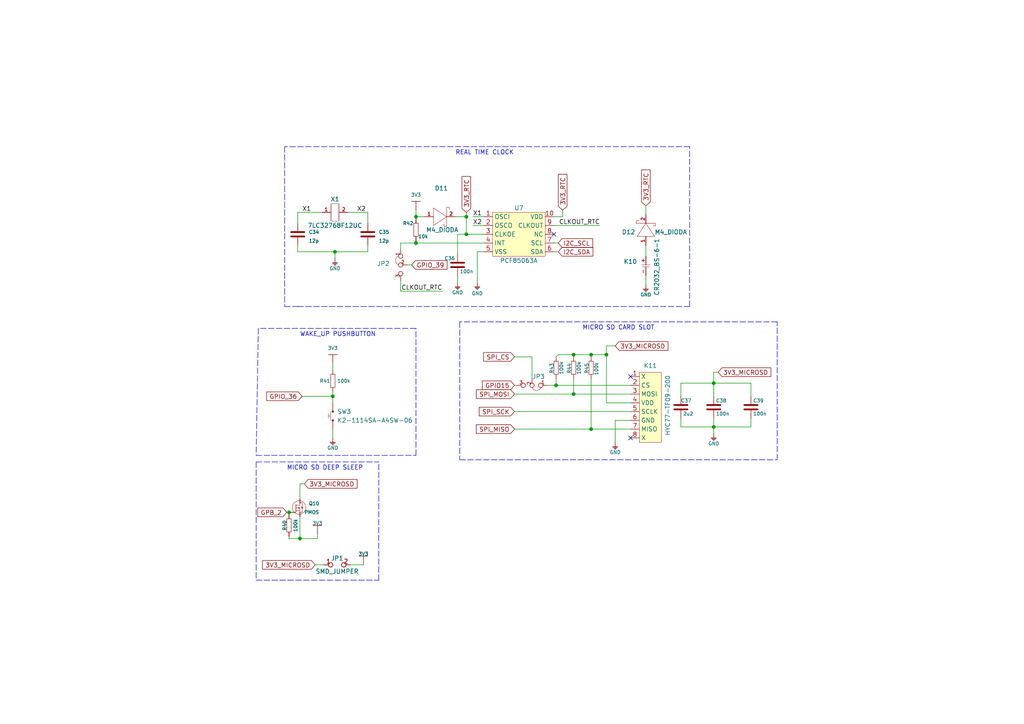
<source format=kicad_sch>
(kicad_sch (version 20211123) (generator eeschema)

  (uuid 79b7ef58-c688-4b2b-9457-04f0b32668ee)

  (paper "A4")

  (lib_symbols
    (symbol "e-radionica.com schematics:0603C" (pin_numbers hide) (pin_names (offset 0.002)) (in_bom yes) (on_board yes)
      (property "Reference" "C" (id 0) (at 0 3.81 0)
        (effects (font (size 1 1)))
      )
      (property "Value" "0603C" (id 1) (at 0 -3.175 0)
        (effects (font (size 1 1)))
      )
      (property "Footprint" "e-radionica.com footprinti:0603C" (id 2) (at 0.635 -4.445 0)
        (effects (font (size 1 1)) hide)
      )
      (property "Datasheet" "" (id 3) (at 0 0 0)
        (effects (font (size 1 1)) hide)
      )
      (symbol "0603C_0_1"
        (polyline
          (pts
            (xy -0.635 1.905)
            (xy -0.635 -1.905)
          )
          (stroke (width 0.5) (type default) (color 0 0 0 0))
          (fill (type none))
        )
        (polyline
          (pts
            (xy 0.635 1.905)
            (xy 0.635 -1.905)
          )
          (stroke (width 0.5) (type default) (color 0 0 0 0))
          (fill (type none))
        )
      )
      (symbol "0603C_1_1"
        (pin passive line (at -3.175 0 0) (length 2.54)
          (name "~" (effects (font (size 1.27 1.27))))
          (number "1" (effects (font (size 1.27 1.27))))
        )
        (pin passive line (at 3.175 0 180) (length 2.54)
          (name "~" (effects (font (size 1.27 1.27))))
          (number "2" (effects (font (size 1.27 1.27))))
        )
      )
    )
    (symbol "e-radionica.com schematics:0603R" (pin_numbers hide) (pin_names (offset 0.254)) (in_bom yes) (on_board yes)
      (property "Reference" "R" (id 0) (at 0 1.27 0)
        (effects (font (size 1 1)))
      )
      (property "Value" "0603R" (id 1) (at 0 -1.905 0)
        (effects (font (size 1 1)))
      )
      (property "Footprint" "e-radionica.com footprinti:0603R" (id 2) (at 0 -3.81 0)
        (effects (font (size 1 1)) hide)
      )
      (property "Datasheet" "" (id 3) (at -0.635 1.905 0)
        (effects (font (size 1 1)) hide)
      )
      (symbol "0603R_0_1"
        (rectangle (start -1.905 -0.635) (end 1.905 -0.6604)
          (stroke (width 0.1) (type default) (color 0 0 0 0))
          (fill (type none))
        )
        (rectangle (start -1.905 0.635) (end -1.8796 -0.635)
          (stroke (width 0.1) (type default) (color 0 0 0 0))
          (fill (type none))
        )
        (rectangle (start -1.905 0.635) (end 1.905 0.6096)
          (stroke (width 0.1) (type default) (color 0 0 0 0))
          (fill (type none))
        )
        (rectangle (start 1.905 0.635) (end 1.9304 -0.635)
          (stroke (width 0.1) (type default) (color 0 0 0 0))
          (fill (type none))
        )
      )
      (symbol "0603R_1_1"
        (pin passive line (at -3.175 0 0) (length 1.27)
          (name "~" (effects (font (size 1.27 1.27))))
          (number "1" (effects (font (size 1.27 1.27))))
        )
        (pin passive line (at 3.175 0 180) (length 1.27)
          (name "~" (effects (font (size 1.27 1.27))))
          (number "2" (effects (font (size 1.27 1.27))))
        )
      )
    )
    (symbol "e-radionica.com schematics:3V3" (power) (pin_names (offset 0)) (in_bom yes) (on_board yes)
      (property "Reference" "#PWR" (id 0) (at 4.445 0 0)
        (effects (font (size 1 1)) hide)
      )
      (property "Value" "3V3" (id 1) (at 0 3.556 0)
        (effects (font (size 1 1)))
      )
      (property "Footprint" "" (id 2) (at 4.445 3.81 0)
        (effects (font (size 1 1)) hide)
      )
      (property "Datasheet" "" (id 3) (at 4.445 3.81 0)
        (effects (font (size 1 1)) hide)
      )
      (property "ki_keywords" "power-flag" (id 4) (at 0 0 0)
        (effects (font (size 1.27 1.27)) hide)
      )
      (property "ki_description" "Power symbol creates a global label with name \"3V3\"" (id 5) (at 0 0 0)
        (effects (font (size 1.27 1.27)) hide)
      )
      (symbol "3V3_0_1"
        (polyline
          (pts
            (xy -1.27 2.54)
            (xy 1.27 2.54)
          )
          (stroke (width 0.16) (type default) (color 0 0 0 0))
          (fill (type none))
        )
        (polyline
          (pts
            (xy 0 0)
            (xy 0 2.54)
          )
          (stroke (width 0) (type default) (color 0 0 0 0))
          (fill (type none))
        )
      )
      (symbol "3V3_1_1"
        (pin power_in line (at 0 0 90) (length 0) hide
          (name "3V3" (effects (font (size 1.27 1.27))))
          (number "1" (effects (font (size 1.27 1.27))))
        )
      )
    )
    (symbol "e-radionica.com schematics:ABS07AIG-32.768KHZ-7-D-T" (in_bom yes) (on_board yes)
      (property "Reference" "X" (id 0) (at 0 3.81 0)
        (effects (font (size 1.27 1.27)))
      )
      (property "Value" "ABS07AIG-32.768KHZ-7-D-T" (id 1) (at 0 -3.81 0)
        (effects (font (size 1.27 1.27)))
      )
      (property "Footprint" "e-radionica.com footprinti:ABS07AIG-32.768KHZ-7-D-T" (id 2) (at 0 0 0)
        (effects (font (size 1.27 1.27)) hide)
      )
      (property "Datasheet" "" (id 3) (at 0 0 0)
        (effects (font (size 1.27 1.27)) hide)
      )
      (symbol "ABS07AIG-32.768KHZ-7-D-T_0_1"
        (polyline
          (pts
            (xy -1.27 2.54)
            (xy -1.27 -2.54)
          )
          (stroke (width 0.0006) (type default) (color 0 0 0 0))
          (fill (type none))
        )
        (polyline
          (pts
            (xy 1.27 2.54)
            (xy 1.27 -2.54)
            (xy 1.27 -1.27)
          )
          (stroke (width 0.0006) (type default) (color 0 0 0 0))
          (fill (type none))
        )
        (polyline
          (pts
            (xy -1.016 2.54)
            (xy -1.016 -2.54)
            (xy 1.016 -2.54)
            (xy 1.016 2.54)
            (xy -1.016 2.54)
            (xy 0.762 2.54)
          )
          (stroke (width 0.0006) (type default) (color 0 0 0 0))
          (fill (type none))
        )
      )
      (symbol "ABS07AIG-32.768KHZ-7-D-T_1_1"
        (pin passive line (at -3.81 0 0) (length 2.54)
          (name "~" (effects (font (size 1 1))))
          (number "1" (effects (font (size 1 1))))
        )
        (pin passive line (at 3.81 0 180) (length 2.54)
          (name "~" (effects (font (size 1 1))))
          (number "2" (effects (font (size 1 1))))
        )
      )
    )
    (symbol "e-radionica.com schematics:CR2032_BS-6-1" (in_bom yes) (on_board yes)
      (property "Reference" "K" (id 0) (at 0 2.54 0)
        (effects (font (size 1.27 1.27)))
      )
      (property "Value" "CR2032_BS-6-1" (id 1) (at 0 -2.54 0)
        (effects (font (size 1.27 1.27)))
      )
      (property "Footprint" "e-radionica.com footprinti:CR2032-BS-6-1" (id 2) (at 0 -5.08 0)
        (effects (font (size 1.27 1.27)) hide)
      )
      (property "Datasheet" "" (id 3) (at 0 0 0)
        (effects (font (size 1.27 1.27)) hide)
      )
      (property "ki_keywords" "CR2032 BS-6" (id 4) (at 0 0 0)
        (effects (font (size 1.27 1.27)) hide)
      )
      (property "ki_description" "CR2032 HOLDER" (id 5) (at 0 0 0)
        (effects (font (size 1.27 1.27)) hide)
      )
      (symbol "CR2032_BS-6-1_0_1"
        (polyline
          (pts
            (xy 0 -1.27)
            (xy 0 1.27)
            (xy 0 -0.762)
          )
          (stroke (width 0.1) (type default) (color 0 0 0 0))
          (fill (type none))
        )
        (polyline
          (pts
            (xy 0.508 1.016)
            (xy 0.508 -1.016)
            (xy 0.508 -0.762)
          )
          (stroke (width 0.1) (type default) (color 0 0 0 0))
          (fill (type none))
        )
      )
      (symbol "CR2032_BS-6-1_1_1"
        (pin input line (at -2.54 0 0) (length 2.54)
          (name "" (effects (font (size 1 1))))
          (number "+" (effects (font (size 1 1))))
        )
        (pin output line (at 3.175 0 180) (length 2.54)
          (name "" (effects (font (size 1 1))))
          (number "-" (effects (font (size 1 1))))
        )
      )
    )
    (symbol "e-radionica.com schematics:GND" (power) (pin_names (offset 0)) (in_bom yes) (on_board yes)
      (property "Reference" "#PWR" (id 0) (at 4.445 0 0)
        (effects (font (size 1 1)) hide)
      )
      (property "Value" "GND" (id 1) (at 0 -2.921 0)
        (effects (font (size 1 1)))
      )
      (property "Footprint" "" (id 2) (at 4.445 3.81 0)
        (effects (font (size 1 1)) hide)
      )
      (property "Datasheet" "" (id 3) (at 4.445 3.81 0)
        (effects (font (size 1 1)) hide)
      )
      (property "ki_keywords" "power-flag" (id 4) (at 0 0 0)
        (effects (font (size 1.27 1.27)) hide)
      )
      (property "ki_description" "Power symbol creates a global label with name \"GND\"" (id 5) (at 0 0 0)
        (effects (font (size 1.27 1.27)) hide)
      )
      (symbol "GND_0_1"
        (polyline
          (pts
            (xy -0.762 -1.27)
            (xy 0.762 -1.27)
          )
          (stroke (width 0.16) (type default) (color 0 0 0 0))
          (fill (type none))
        )
        (polyline
          (pts
            (xy -0.635 -1.524)
            (xy 0.635 -1.524)
          )
          (stroke (width 0.16) (type default) (color 0 0 0 0))
          (fill (type none))
        )
        (polyline
          (pts
            (xy -0.381 -1.778)
            (xy 0.381 -1.778)
          )
          (stroke (width 0.16) (type default) (color 0 0 0 0))
          (fill (type none))
        )
        (polyline
          (pts
            (xy -0.127 -2.032)
            (xy 0.127 -2.032)
          )
          (stroke (width 0.16) (type default) (color 0 0 0 0))
          (fill (type none))
        )
        (polyline
          (pts
            (xy 0 0)
            (xy 0 -1.27)
          )
          (stroke (width 0.16) (type default) (color 0 0 0 0))
          (fill (type none))
        )
      )
      (symbol "GND_1_1"
        (pin power_in line (at 0 0 270) (length 0) hide
          (name "GND" (effects (font (size 1.27 1.27))))
          (number "1" (effects (font (size 1.27 1.27))))
        )
      )
    )
    (symbol "e-radionica.com schematics:HYC77-TF09-200" (in_bom yes) (on_board yes)
      (property "Reference" "K" (id 0) (at 0 11.43 0)
        (effects (font (size 1.27 1.27)))
      )
      (property "Value" "HYC77-TF09-200" (id 1) (at 0 -11.43 0)
        (effects (font (size 1.27 1.27)))
      )
      (property "Footprint" "e-radionica.com footprinti:HYC77-TF09-200" (id 2) (at 0 -13.97 0)
        (effects (font (size 1.27 1.27)) hide)
      )
      (property "Datasheet" "" (id 3) (at -1.27 5.08 0)
        (effects (font (size 1.27 1.27)) hide)
      )
      (property "ki_keywords" "micro SD card holder" (id 4) (at 0 0 0)
        (effects (font (size 1.27 1.27)) hide)
      )
      (property "ki_description" "Micro SDcard holder" (id 5) (at 0 0 0)
        (effects (font (size 1.27 1.27)) hide)
      )
      (symbol "HYC77-TF09-200_0_1"
        (rectangle (start -2.54 10.16) (end 3.81 -10.16)
          (stroke (width 0.1) (type default) (color 0 0 0 0))
          (fill (type background))
        )
      )
      (symbol "HYC77-TF09-200_1_1"
        (pin bidirectional line (at -5.08 8.89 0) (length 2.54)
          (name "X" (effects (font (size 1.27 1.27))))
          (number "1" (effects (font (size 1.27 1.27))))
        )
        (pin bidirectional line (at -5.08 6.35 0) (length 2.54)
          (name "CS" (effects (font (size 1.27 1.27))))
          (number "2" (effects (font (size 1.27 1.27))))
        )
        (pin bidirectional line (at -5.08 3.81 0) (length 2.54)
          (name "MOSI" (effects (font (size 1.27 1.27))))
          (number "3" (effects (font (size 1.27 1.27))))
        )
        (pin bidirectional line (at -5.08 1.27 0) (length 2.54)
          (name "VDD" (effects (font (size 1.27 1.27))))
          (number "4" (effects (font (size 1.27 1.27))))
        )
        (pin bidirectional line (at -5.08 -1.27 0) (length 2.54)
          (name "SCLK" (effects (font (size 1.27 1.27))))
          (number "5" (effects (font (size 1.27 1.27))))
        )
        (pin bidirectional line (at -5.08 -3.81 0) (length 2.54)
          (name "GND" (effects (font (size 1.27 1.27))))
          (number "6" (effects (font (size 1.27 1.27))))
        )
        (pin bidirectional line (at -5.08 -6.35 0) (length 2.54)
          (name "MISO" (effects (font (size 1.27 1.27))))
          (number "7" (effects (font (size 1.27 1.27))))
        )
        (pin bidirectional line (at -5.08 -8.89 0) (length 2.54)
          (name "X" (effects (font (size 1.27 1.27))))
          (number "8" (effects (font (size 1.27 1.27))))
        )
      )
    )
    (symbol "e-radionica.com schematics:K2-1114SA-A4SW-06" (pin_numbers hide) (pin_names hide) (in_bom yes) (on_board yes)
      (property "Reference" "SW" (id 0) (at 0 2.54 0)
        (effects (font (size 1.27 1.27)))
      )
      (property "Value" "K2-1114SA-A4SW-06" (id 1) (at 0 -2.54 0)
        (effects (font (size 1.27 1.27)))
      )
      (property "Footprint" "e-radionica.com footprinti:K2-1114SA-A4SW-06" (id 2) (at 0 -5.08 0)
        (effects (font (size 1.27 1.27)) hide)
      )
      (property "Datasheet" "" (id 3) (at 1.27 17.78 0)
        (effects (font (size 1.27 1.27)) hide)
      )
      (symbol "K2-1114SA-A4SW-06_0_1"
        (circle (center -1.27 0) (radius 0.254)
          (stroke (width 0.001) (type default) (color 0 0 0 0))
          (fill (type outline))
        )
        (polyline
          (pts
            (xy -1.27 0.635)
            (xy 1.27 0.635)
          )
          (stroke (width 0.1) (type default) (color 0 0 0 0))
          (fill (type none))
        )
        (polyline
          (pts
            (xy 0 0.635)
            (xy 0 1.27)
          )
          (stroke (width 0.0006) (type default) (color 0 0 0 0))
          (fill (type none))
        )
        (polyline
          (pts
            (xy 0.635 1.27)
            (xy -0.635 1.27)
          )
          (stroke (width 0.1) (type default) (color 0 0 0 0))
          (fill (type none))
        )
        (circle (center 1.27 0) (radius 0.254)
          (stroke (width 0.001) (type default) (color 0 0 0 0))
          (fill (type outline))
        )
      )
      (symbol "K2-1114SA-A4SW-06_1_1"
        (pin passive line (at -3.81 0 0) (length 2.54)
          (name "~" (effects (font (size 1 1))))
          (number "1" (effects (font (size 1 1))))
        )
        (pin passive line (at 3.81 0 180) (length 2.54)
          (name "~" (effects (font (size 1 1))))
          (number "2" (effects (font (size 1 1))))
        )
      )
    )
    (symbol "e-radionica.com schematics:M4_DIODA" (pin_names hide) (in_bom yes) (on_board yes)
      (property "Reference" "D" (id 0) (at 0 3.81 0)
        (effects (font (size 1.27 1.27)))
      )
      (property "Value" "M4_DIODA" (id 1) (at 0 -4.572 0)
        (effects (font (size 1.27 1.27)))
      )
      (property "Footprint" "e-radionica.com footprinti:M4_DIODA" (id 2) (at 0 -6.35 0)
        (effects (font (size 1.27 1.27)) hide)
      )
      (property "Datasheet" "" (id 3) (at 0 0 0)
        (effects (font (size 1.27 1.27)) hide)
      )
      (symbol "M4_DIODA_0_1"
        (polyline
          (pts
            (xy -2.54 2.54)
            (xy -2.54 -2.54)
            (xy 1.27 0)
            (xy -2.54 2.54)
          )
          (stroke (width 0.1) (type default) (color 0 0 0 0))
          (fill (type none))
        )
        (polyline
          (pts
            (xy 1.27 2.794)
            (xy 1.27 -2.794)
            (xy 0.508 -2.794)
            (xy 0.508 -2.032)
          )
          (stroke (width 0.1) (type default) (color 0 0 0 0))
          (fill (type none))
        )
        (polyline
          (pts
            (xy 1.27 2.794)
            (xy 2.032 2.794)
            (xy 2.032 2.032)
            (xy 2.032 2.54)
          )
          (stroke (width 0.1) (type default) (color 0 0 0 0))
          (fill (type none))
        )
      )
      (symbol "M4_DIODA_1_1"
        (pin passive line (at -5.08 0 0) (length 2.54)
          (name "A" (effects (font (size 1 1))))
          (number "1" (effects (font (size 1 1))))
        )
        (pin passive line (at 3.81 0 180) (length 2.54)
          (name "K" (effects (font (size 1 1))))
          (number "2" (effects (font (size 1 1))))
        )
      )
    )
    (symbol "e-radionica.com schematics:PCF85063A" (in_bom yes) (on_board yes)
      (property "Reference" "U" (id 0) (at 0 7.62 0)
        (effects (font (size 1.27 1.27)))
      )
      (property "Value" "PCF85063A" (id 1) (at 0 -7.62 0)
        (effects (font (size 1.27 1.27)))
      )
      (property "Footprint" "e-radionica.com footprinti:PCF85063A" (id 2) (at 0 -10.16 0)
        (effects (font (size 1.27 1.27)) hide)
      )
      (property "Datasheet" "" (id 3) (at -6.35 2.54 0)
        (effects (font (size 1.27 1.27)) hide)
      )
      (symbol "PCF85063A_0_1"
        (rectangle (start -7.62 6.35) (end 7.62 -6.35)
          (stroke (width 0.1) (type default) (color 0 0 0 0))
          (fill (type background))
        )
      )
      (symbol "PCF85063A_1_1"
        (pin passive line (at -10.16 5.08 0) (length 2.54)
          (name "OSCI" (effects (font (size 1.27 1.27))))
          (number "1" (effects (font (size 1.27 1.27))))
        )
        (pin passive line (at 10.16 5.08 180) (length 2.54)
          (name "VDD" (effects (font (size 1.27 1.27))))
          (number "10" (effects (font (size 1.27 1.27))))
        )
        (pin passive line (at -10.16 2.54 0) (length 2.54)
          (name "OSCO" (effects (font (size 1.27 1.27))))
          (number "2" (effects (font (size 1.27 1.27))))
        )
        (pin passive line (at -10.16 0 0) (length 2.54)
          (name "CLKOE" (effects (font (size 1.27 1.27))))
          (number "3" (effects (font (size 1.27 1.27))))
        )
        (pin passive line (at -10.16 -2.54 0) (length 2.54)
          (name "INT" (effects (font (size 1.27 1.27))))
          (number "4" (effects (font (size 1.27 1.27))))
        )
        (pin passive line (at -10.16 -5.08 0) (length 2.54)
          (name "VSS" (effects (font (size 1.27 1.27))))
          (number "5" (effects (font (size 1.27 1.27))))
        )
        (pin passive line (at 10.16 -5.08 180) (length 2.54)
          (name "SDA" (effects (font (size 1.27 1.27))))
          (number "6" (effects (font (size 1.27 1.27))))
        )
        (pin passive line (at 10.16 -2.54 180) (length 2.54)
          (name "SCL" (effects (font (size 1.27 1.27))))
          (number "7" (effects (font (size 1.27 1.27))))
        )
        (pin passive line (at 10.16 0 180) (length 2.54)
          (name "NC" (effects (font (size 1.27 1.27))))
          (number "8" (effects (font (size 1.27 1.27))))
        )
        (pin passive line (at 10.16 2.54 180) (length 2.54)
          (name "CLKOUT" (effects (font (size 1.27 1.27))))
          (number "9" (effects (font (size 1.27 1.27))))
        )
      )
    )
    (symbol "e-radionica.com schematics:PMOS-SOT-23-3" (pin_numbers hide) (pin_names hide) (in_bom yes) (on_board yes)
      (property "Reference" "Q" (id 0) (at -1.27 2.54 0)
        (effects (font (size 1 1)))
      )
      (property "Value" "PMOS-SOT-23-3" (id 1) (at 0.381 -4.064 0)
        (effects (font (size 1 1)))
      )
      (property "Footprint" "e-radionica.com footprinti:SOT-23-3" (id 2) (at 1.27 -7.62 0)
        (effects (font (size 1 1)) hide)
      )
      (property "Datasheet" "" (id 3) (at 0 0 0)
        (effects (font (size 1 1)) hide)
      )
      (symbol "PMOS-SOT-23-3_0_1"
        (polyline
          (pts
            (xy 0 -1.27)
            (xy 0 1.016)
          )
          (stroke (width 0.1) (type default) (color 0 0 0 0))
          (fill (type none))
        )
        (polyline
          (pts
            (xy 0.254 -1.016)
            (xy 0.254 -0.508)
          )
          (stroke (width 0.1) (type default) (color 0 0 0 0))
          (fill (type none))
        )
        (polyline
          (pts
            (xy 0.254 -0.762)
            (xy 1.27 -0.762)
          )
          (stroke (width 0.1) (type default) (color 0 0 0 0))
          (fill (type none))
        )
        (polyline
          (pts
            (xy 0.254 -0.254)
            (xy 0.254 0.254)
          )
          (stroke (width 0.1) (type default) (color 0 0 0 0))
          (fill (type none))
        )
        (polyline
          (pts
            (xy 0.254 0.762)
            (xy 1.27 0.762)
          )
          (stroke (width 0.1) (type default) (color 0 0 0 0))
          (fill (type none))
        )
        (polyline
          (pts
            (xy 0.254 1.016)
            (xy 0.254 0.508)
          )
          (stroke (width 0.1) (type default) (color 0 0 0 0))
          (fill (type none))
        )
        (polyline
          (pts
            (xy 1.27 -1.27)
            (xy 1.27 -0.762)
          )
          (stroke (width 0.1) (type default) (color 0 0 0 0))
          (fill (type none))
        )
        (polyline
          (pts
            (xy 1.27 0.762)
            (xy 1.27 1.27)
          )
          (stroke (width 0.1) (type default) (color 0 0 0 0))
          (fill (type none))
        )
        (polyline
          (pts
            (xy 2.159 -0.127)
            (xy 1.651 -0.127)
          )
          (stroke (width 0.1) (type default) (color 0 0 0 0))
          (fill (type none))
        )
        (polyline
          (pts
            (xy 2.159 0.254)
            (xy 1.905 -0.127)
          )
          (stroke (width 0.1) (type default) (color 0 0 0 0))
          (fill (type none))
        )
        (polyline
          (pts
            (xy 0.254 0)
            (xy 1.27 0)
            (xy 1.27 -0.762)
          )
          (stroke (width 0.1) (type default) (color 0 0 0 0))
          (fill (type none))
        )
        (polyline
          (pts
            (xy 2.159 0.254)
            (xy 1.651 0.254)
            (xy 1.905 -0.127)
          )
          (stroke (width 0.1) (type default) (color 0 0 0 0))
          (fill (type none))
        )
        (polyline
          (pts
            (xy 1.143 0)
            (xy 0.889 -0.254)
            (xy 0.889 0.254)
            (xy 1.143 0)
          )
          (stroke (width 0.1) (type default) (color 0 0 0 0))
          (fill (type none))
        )
        (polyline
          (pts
            (xy 1.27 -1.27)
            (xy 1.905 -1.27)
            (xy 1.905 1.524)
            (xy 1.27 1.524)
          )
          (stroke (width 0.1) (type default) (color 0 0 0 0))
          (fill (type none))
        )
        (circle (center 1.016 0.127) (radius 1.9716)
          (stroke (width 0.1) (type default) (color 0 0 0 0))
          (fill (type none))
        )
      )
      (symbol "PMOS-SOT-23-3_1_1"
        (pin passive line (at -1.27 -1.27 0) (length 1.27)
          (name "G" (effects (font (size 1 1))))
          (number "1" (effects (font (size 1 1))))
        )
        (pin passive line (at 1.27 -2.54 90) (length 1.27)
          (name "S" (effects (font (size 1 1))))
          (number "2" (effects (font (size 1 1))))
        )
        (pin passive line (at 1.27 2.54 270) (length 1.27)
          (name "D" (effects (font (size 1 1))))
          (number "3" (effects (font (size 1 1))))
        )
      )
    )
    (symbol "e-radionica.com schematics:SMD_JUMPER" (in_bom yes) (on_board yes)
      (property "Reference" "JP" (id 0) (at 0 1.397 0)
        (effects (font (size 1.27 1.27)))
      )
      (property "Value" "SMD_JUMPER" (id 1) (at 0 -2.54 0)
        (effects (font (size 1.27 1.27)))
      )
      (property "Footprint" "e-radionica.com footprinti:SMD_JUMPER" (id 2) (at 0 -5.08 0)
        (effects (font (size 1.27 1.27)) hide)
      )
      (property "Datasheet" "" (id 3) (at 0 0 0)
        (effects (font (size 1.27 1.27)) hide)
      )
      (symbol "SMD_JUMPER_1_1"
        (pin passive inverted (at -3.81 0 0) (length 2.54)
          (name "" (effects (font (size 1.27 1.27))))
          (number "1" (effects (font (size 1.27 1.27))))
        )
        (pin passive inverted (at 3.81 0 180) (length 2.54)
          (name "" (effects (font (size 1.27 1.27))))
          (number "2" (effects (font (size 1.27 1.27))))
        )
      )
    )
    (symbol "e-radionica.com schematics:SMD_JUMPER_3_PAD_CONNECTED_LEFT_TRACE" (in_bom yes) (on_board yes)
      (property "Reference" "JP" (id 0) (at 0 3.81 0)
        (effects (font (size 1.27 1.27)))
      )
      (property "Value" "SMD_JUMPER_3_PAD_CONNECTED_LEFT_TRACE" (id 1) (at -1.27 -7.62 0)
        (effects (font (size 1.27 1.27)) hide)
      )
      (property "Footprint" "e-radionica.com footprinti:SMD_JUMPER_3_PAD_CONNECTED_LEFT_TRACE" (id 2) (at 2.54 -12.7 0)
        (effects (font (size 1.27 1.27)) hide)
      )
      (property "Datasheet" "" (id 3) (at 0 0 0)
        (effects (font (size 1.27 1.27)) hide)
      )
      (symbol "SMD_JUMPER_3_PAD_CONNECTED_LEFT_TRACE_0_1"
        (arc (start -0.635 0.5842) (mid -1.9346 1.472) (end -3.2512 0.6096)
          (stroke (width 0.1) (type default) (color 0 0 0 0))
          (fill (type none))
        )
      )
      (symbol "SMD_JUMPER_3_PAD_CONNECTED_LEFT_TRACE_1_1"
        (pin passive inverted (at -5.08 0 0) (length 2.54)
          (name "" (effects (font (size 1 1))))
          (number "1" (effects (font (size 1 1))))
        )
        (pin passive inverted (at -0.635 -1.905 90) (length 2.54)
          (name "" (effects (font (size 1 1))))
          (number "2" (effects (font (size 1 1))))
        )
        (pin passive inverted (at 3.81 0 180) (length 2.54)
          (name "" (effects (font (size 1 1))))
          (number "3" (effects (font (size 1 1))))
        )
      )
    )
  )

  (junction (at 171.45 102.87) (diameter 0) (color 0 0 0 0)
    (uuid 0bfd93fe-9500-4acd-80a7-b647ac07a905)
  )
  (junction (at 166.37 114.3) (diameter 0) (color 0 0 0 0)
    (uuid 0c232ead-ff27-47b2-991f-723c1611e9d3)
  )
  (junction (at 96.52 114.935) (diameter 0) (color 0 0 0 0)
    (uuid 175b7a4e-4fe5-451e-96bf-e549134ef222)
  )
  (junction (at 86.995 156.21) (diameter 0) (color 0 0 0 0)
    (uuid 24294bc2-630c-4f0e-8d41-9f47de48ff88)
  )
  (junction (at 135.255 67.945) (diameter 0) (color 0 0 0 0)
    (uuid 28153d2e-cfa9-4df4-a879-ddf4ff3bb449)
  )
  (junction (at 171.45 124.46) (diameter 0) (color 0 0 0 0)
    (uuid 3b6000f9-5eba-4ee8-ab75-c5e0c589f7ac)
  )
  (junction (at 161.29 111.76) (diameter 0) (color 0 0 0 0)
    (uuid 479b57c1-620b-4dc5-a605-591f34599c68)
  )
  (junction (at 120.65 70.485) (diameter 0) (color 0 0 0 0)
    (uuid 6572f79c-a891-4f99-8c41-8663cdb04a9d)
  )
  (junction (at 83.82 148.59) (diameter 0) (color 0 0 0 0)
    (uuid 9a116823-3062-4ebb-a389-3a5daafdc20f)
  )
  (junction (at 207.01 123.825) (diameter 0) (color 0 0 0 0)
    (uuid 9d228f62-3441-4ee7-b8d5-7566552a732f)
  )
  (junction (at 120.65 62.865) (diameter 0) (color 0 0 0 0)
    (uuid a9152ee2-f71f-4c34-b636-7b3714d79f79)
  )
  (junction (at 207.01 111.125) (diameter 0) (color 0 0 0 0)
    (uuid c6d43b06-1fac-498d-997e-e34f0d65fe4e)
  )
  (junction (at 97.155 73.025) (diameter 0) (color 0 0 0 0)
    (uuid d5391dc2-8479-40f0-bf3c-55209689384a)
  )
  (junction (at 135.255 62.865) (diameter 0) (color 0 0 0 0)
    (uuid d5d4d22f-257e-4876-9315-653778a1c943)
  )
  (junction (at 175.895 102.87) (diameter 0) (color 0 0 0 0)
    (uuid e1e607a1-8167-4d0d-93db-c92225fa10cf)
  )
  (junction (at 166.37 102.87) (diameter 0) (color 0 0 0 0)
    (uuid fb73a63a-1ab3-4f3e-9103-7d550dd00054)
  )

  (no_connect (at 182.88 109.22) (uuid 9dc26dd4-9485-4c89-8190-57f815ca67ec))
  (no_connect (at 160.655 67.945) (uuid c036b9c3-8cab-42f8-9045-7ea484b03c39))
  (no_connect (at 182.88 127) (uuid ceab70ac-d16e-4fdf-81b3-35dd4d8d0338))

  (polyline (pts (xy 133.35 133.35) (xy 225.425 133.35))
    (stroke (width 0) (type default) (color 0 0 0 0))
    (uuid 021edd5e-8afc-4d53-9fb0-2737fb1b2487)
  )

  (wire (pts (xy 140.335 67.945) (xy 135.255 67.945))
    (stroke (width 0) (type default) (color 0 0 0 0))
    (uuid 022141f8-8d34-42da-90a3-0e645e6a450a)
  )
  (wire (pts (xy 187.325 71.12) (xy 187.325 74.295))
    (stroke (width 0) (type default) (color 0 0 0 0))
    (uuid 0299734f-e7ce-4268-90db-3b03be888986)
  )
  (wire (pts (xy 187.325 59.69) (xy 187.325 62.23))
    (stroke (width 0) (type default) (color 0 0 0 0))
    (uuid 046e4368-b984-48aa-911f-9759a2878d09)
  )
  (wire (pts (xy 120.65 62.865) (xy 123.19 62.865))
    (stroke (width 0) (type default) (color 0 0 0 0))
    (uuid 07030f91-3374-4871-b526-4680a1f088d7)
  )
  (wire (pts (xy 161.29 109.855) (xy 161.29 111.76))
    (stroke (width 0) (type default) (color 0 0 0 0))
    (uuid 07c0e51c-bc6d-4ec3-9c64-de3992317ac5)
  )
  (wire (pts (xy 197.485 114.935) (xy 197.485 111.125))
    (stroke (width 0) (type default) (color 0 0 0 0))
    (uuid 099d516e-e276-4cb6-9b94-5e1ed717d739)
  )
  (wire (pts (xy 217.805 114.935) (xy 217.805 111.125))
    (stroke (width 0) (type default) (color 0 0 0 0))
    (uuid 0b838f41-52a5-4a39-8cde-32badf8b65cb)
  )
  (wire (pts (xy 149.225 114.3) (xy 166.37 114.3))
    (stroke (width 0) (type default) (color 0 0 0 0))
    (uuid 11f9f76f-c5b2-4717-9878-21dfb3028489)
  )
  (wire (pts (xy 96.52 113.665) (xy 96.52 114.935))
    (stroke (width 0) (type default) (color 0 0 0 0))
    (uuid 1523605c-ea7c-4638-9416-964bb1cbdd2a)
  )
  (wire (pts (xy 207.01 107.95) (xy 207.01 111.125))
    (stroke (width 0) (type default) (color 0 0 0 0))
    (uuid 194821cc-f831-4cfb-a53f-4c34ae368a9c)
  )
  (polyline (pts (xy 200.025 88.9) (xy 200.025 42.545))
    (stroke (width 0) (type default) (color 0 0 0 0))
    (uuid 1bc85c48-0f26-4152-ae91-3e00f58c1d12)
  )

  (wire (pts (xy 91.44 163.83) (xy 93.98 163.83))
    (stroke (width 0) (type default) (color 0 0 0 0))
    (uuid 224135e6-6691-4ff6-a48b-32bf5869dc61)
  )
  (wire (pts (xy 160.655 70.485) (xy 161.925 70.485))
    (stroke (width 0) (type default) (color 0 0 0 0))
    (uuid 25346446-69a2-4f4a-9516-e170aa397cfc)
  )
  (polyline (pts (xy 225.425 133.35) (xy 225.425 93.345))
    (stroke (width 0) (type default) (color 0 0 0 0))
    (uuid 25f6dad3-32fe-4ab0-9e52-2f71d68316ab)
  )
  (polyline (pts (xy 74.295 133.985) (xy 109.855 133.985))
    (stroke (width 0) (type default) (color 0 0 0 0))
    (uuid 26d3a537-f50d-4c9e-9836-6833fe80f5b7)
  )

  (wire (pts (xy 96.52 114.935) (xy 96.52 116.84))
    (stroke (width 0) (type default) (color 0 0 0 0))
    (uuid 2918ae1c-cd1d-4421-b73f-4bfbb5c5e58f)
  )
  (wire (pts (xy 207.01 121.285) (xy 207.01 123.825))
    (stroke (width 0) (type default) (color 0 0 0 0))
    (uuid 2a1d1e00-53ac-49b3-b15d-52f95724372a)
  )
  (polyline (pts (xy 120.65 95.25) (xy 74.93 95.25))
    (stroke (width 0) (type default) (color 0 0 0 0))
    (uuid 2e858d61-dc88-49dc-88ee-08a1697b33c4)
  )

  (wire (pts (xy 217.805 111.125) (xy 207.01 111.125))
    (stroke (width 0) (type default) (color 0 0 0 0))
    (uuid 2f170ebb-360f-4dbd-8da2-4df91f0461f5)
  )
  (wire (pts (xy 120.65 70.485) (xy 140.335 70.485))
    (stroke (width 0) (type default) (color 0 0 0 0))
    (uuid 31059eec-9b80-46c9-aee7-c2bcbf2b0cf6)
  )
  (wire (pts (xy 166.37 102.87) (xy 161.925 102.87))
    (stroke (width 0) (type default) (color 0 0 0 0))
    (uuid 31943843-ff6b-4e8d-ba9e-5a08a32613d6)
  )
  (wire (pts (xy 132.715 73.66) (xy 132.715 67.945))
    (stroke (width 0) (type default) (color 0 0 0 0))
    (uuid 32e6a5a4-1fa4-4793-9755-3191d7e9df29)
  )
  (wire (pts (xy 175.895 102.87) (xy 171.45 102.87))
    (stroke (width 0) (type default) (color 0 0 0 0))
    (uuid 34c38d6c-c5b9-403f-a5c8-c22f06a6a51a)
  )
  (polyline (pts (xy 82.55 88.9) (xy 86.36 88.9))
    (stroke (width 0) (type default) (color 0 0 0 0))
    (uuid 34c91376-048a-4b80-8f20-f96276b5b517)
  )

  (wire (pts (xy 83.82 148.59) (xy 84.455 148.59))
    (stroke (width 0) (type default) (color 0 0 0 0))
    (uuid 35260185-3102-4255-babc-a9eaa50bda4c)
  )
  (wire (pts (xy 120.65 62.865) (xy 120.65 63.5))
    (stroke (width 0) (type default) (color 0 0 0 0))
    (uuid 385a2703-9922-4002-8f38-8650ae08dcd3)
  )
  (wire (pts (xy 120.65 60.96) (xy 120.65 62.865))
    (stroke (width 0) (type default) (color 0 0 0 0))
    (uuid 3880c440-f073-47d9-bdbd-d895cd432479)
  )
  (wire (pts (xy 207.01 111.125) (xy 207.01 114.935))
    (stroke (width 0) (type default) (color 0 0 0 0))
    (uuid 39ea8354-b988-4ae4-8120-586a650b1c06)
  )
  (wire (pts (xy 96.52 105.41) (xy 96.52 107.315))
    (stroke (width 0) (type default) (color 0 0 0 0))
    (uuid 3cc4b45a-f617-4fdb-830a-b23bf86712bb)
  )
  (polyline (pts (xy 74.93 95.25) (xy 74.295 132.08))
    (stroke (width 0) (type default) (color 0 0 0 0))
    (uuid 41bf19e5-ee10-4b8e-866c-81d3fbc7a855)
  )

  (wire (pts (xy 137.16 65.405) (xy 140.335 65.405))
    (stroke (width 0) (type default) (color 0 0 0 0))
    (uuid 4c685ec1-d1f2-4b1e-927c-66c64910d336)
  )
  (wire (pts (xy 197.485 111.125) (xy 207.01 111.125))
    (stroke (width 0) (type default) (color 0 0 0 0))
    (uuid 4d65c1a8-6c7e-4b1c-bcef-ce44ed700799)
  )
  (wire (pts (xy 116.205 70.485) (xy 116.205 72.39))
    (stroke (width 0) (type default) (color 0 0 0 0))
    (uuid 500f88a1-b580-4031-bea2-920fca507813)
  )
  (wire (pts (xy 83.82 155.575) (xy 83.82 156.21))
    (stroke (width 0) (type default) (color 0 0 0 0))
    (uuid 51f238eb-7b21-4dff-9f4b-7bb089e3f107)
  )
  (wire (pts (xy 149.225 119.38) (xy 182.88 119.38))
    (stroke (width 0) (type default) (color 0 0 0 0))
    (uuid 52098279-4883-49d9-b9ae-9e36173f893a)
  )
  (wire (pts (xy 106.68 61.595) (xy 106.68 64.77))
    (stroke (width 0) (type default) (color 0 0 0 0))
    (uuid 57271134-89cc-43a3-bcbe-3db2b2f47419)
  )
  (wire (pts (xy 166.37 102.87) (xy 166.37 103.505))
    (stroke (width 0) (type default) (color 0 0 0 0))
    (uuid 58fab5e8-dbb6-49cd-92e0-2d929342f214)
  )
  (wire (pts (xy 217.805 123.825) (xy 207.01 123.825))
    (stroke (width 0) (type default) (color 0 0 0 0))
    (uuid 5af8f89d-8728-4988-b102-a7d3f77a94df)
  )
  (wire (pts (xy 96.52 124.46) (xy 96.52 127))
    (stroke (width 0) (type default) (color 0 0 0 0))
    (uuid 5c855e63-9620-4e4d-b3bf-69c44d17c48b)
  )
  (polyline (pts (xy 74.295 132.08) (xy 78.74 132.08))
    (stroke (width 0) (type default) (color 0 0 0 0))
    (uuid 5d2c4ce7-e8d1-4191-9989-c663d1615ee1)
  )

  (wire (pts (xy 86.36 71.12) (xy 86.36 73.025))
    (stroke (width 0) (type default) (color 0 0 0 0))
    (uuid 5f9e9107-8a03-4db3-9e55-353eecb021e2)
  )
  (wire (pts (xy 118.11 76.835) (xy 119.38 76.835))
    (stroke (width 0) (type default) (color 0 0 0 0))
    (uuid 61581764-8e24-4b43-b230-b417bbc4bb7d)
  )
  (wire (pts (xy 175.895 116.84) (xy 182.88 116.84))
    (stroke (width 0) (type default) (color 0 0 0 0))
    (uuid 61cb0366-eeb8-4f13-86b8-c1aed2be28a2)
  )
  (wire (pts (xy 166.37 114.3) (xy 182.88 114.3))
    (stroke (width 0) (type default) (color 0 0 0 0))
    (uuid 64beca30-17c8-418e-a066-2b823d61cab5)
  )
  (wire (pts (xy 101.6 163.83) (xy 105.41 163.83))
    (stroke (width 0) (type default) (color 0 0 0 0))
    (uuid 65c975de-5803-4f2e-bbc7-b6f3be8a4016)
  )
  (wire (pts (xy 132.715 67.945) (xy 135.255 67.945))
    (stroke (width 0) (type default) (color 0 0 0 0))
    (uuid 66cfe577-e8de-42cf-b73e-f2814d342ab1)
  )
  (polyline (pts (xy 109.855 168.275) (xy 109.855 133.985))
    (stroke (width 0) (type default) (color 0 0 0 0))
    (uuid 687e698a-3c58-4aed-ac2e-3ac71a662d1d)
  )

  (wire (pts (xy 182.88 121.92) (xy 178.435 121.92))
    (stroke (width 0) (type default) (color 0 0 0 0))
    (uuid 6dd652b7-95c3-4cc1-a9fe-776cfb239500)
  )
  (wire (pts (xy 135.255 62.865) (xy 132.08 62.865))
    (stroke (width 0) (type default) (color 0 0 0 0))
    (uuid 7156d6f1-f200-40f4-ba69-564d9a4f8398)
  )
  (wire (pts (xy 149.225 103.505) (xy 154.305 103.505))
    (stroke (width 0) (type default) (color 0 0 0 0))
    (uuid 736770b5-a55a-40cd-b551-982962d6315d)
  )
  (wire (pts (xy 149.225 111.76) (xy 149.86 111.76))
    (stroke (width 0) (type default) (color 0 0 0 0))
    (uuid 74a837ea-c05e-4b10-bbe8-45226ae36d46)
  )
  (wire (pts (xy 171.45 102.87) (xy 171.45 103.505))
    (stroke (width 0) (type default) (color 0 0 0 0))
    (uuid 75f44034-1669-48dc-b44c-bf2f918d9c95)
  )
  (wire (pts (xy 132.715 80.01) (xy 132.715 81.915))
    (stroke (width 0) (type default) (color 0 0 0 0))
    (uuid 775a04dd-538c-4f72-ac77-5578ee101ace)
  )
  (wire (pts (xy 171.45 109.855) (xy 171.45 124.46))
    (stroke (width 0) (type default) (color 0 0 0 0))
    (uuid 7a8139ac-3f5e-454a-8b2d-a8f0ed1a4359)
  )
  (wire (pts (xy 116.205 70.485) (xy 120.65 70.485))
    (stroke (width 0) (type default) (color 0 0 0 0))
    (uuid 7f15c180-5da6-4ced-9132-a6f4aff1eb8a)
  )
  (wire (pts (xy 163.195 62.865) (xy 160.655 62.865))
    (stroke (width 0) (type default) (color 0 0 0 0))
    (uuid 80e6af04-cadc-4713-97e5-b2b71569c8aa)
  )
  (polyline (pts (xy 78.74 132.08) (xy 120.65 132.08))
    (stroke (width 0) (type default) (color 0 0 0 0))
    (uuid 83931e81-8f99-4c48-9ed3-c3fbac1e0a9e)
  )

  (wire (pts (xy 86.995 144.78) (xy 86.995 140.335))
    (stroke (width 0) (type default) (color 0 0 0 0))
    (uuid 84d42205-c4f4-4134-9485-3c4723d20ada)
  )
  (wire (pts (xy 116.205 84.455) (xy 128.27 84.455))
    (stroke (width 0) (type default) (color 0 0 0 0))
    (uuid 85300cdf-c607-4823-812b-51b9daf69205)
  )
  (wire (pts (xy 175.895 100.33) (xy 175.895 102.87))
    (stroke (width 0) (type default) (color 0 0 0 0))
    (uuid 85d5be9c-8b88-4195-b374-bd7ddf4b511a)
  )
  (wire (pts (xy 100.965 61.595) (xy 106.68 61.595))
    (stroke (width 0) (type default) (color 0 0 0 0))
    (uuid 89254956-7aec-4519-a998-daf648f32b36)
  )
  (wire (pts (xy 120.65 69.85) (xy 120.65 70.485))
    (stroke (width 0) (type default) (color 0 0 0 0))
    (uuid 8bb498a4-4d1d-4535-929d-3354e1ed1ba0)
  )
  (wire (pts (xy 106.68 71.12) (xy 106.68 73.025))
    (stroke (width 0) (type default) (color 0 0 0 0))
    (uuid 8e842d8e-1073-4239-a75d-d47c1ac84e59)
  )
  (wire (pts (xy 171.45 124.46) (xy 182.88 124.46))
    (stroke (width 0) (type default) (color 0 0 0 0))
    (uuid 8ff41200-ce1f-4439-b1f1-51e0abfe233b)
  )
  (wire (pts (xy 217.805 121.285) (xy 217.805 123.825))
    (stroke (width 0) (type default) (color 0 0 0 0))
    (uuid 913055ff-2cbc-4b69-9e4e-178953de2935)
  )
  (wire (pts (xy 86.995 149.86) (xy 86.995 156.21))
    (stroke (width 0) (type default) (color 0 0 0 0))
    (uuid 93560d8b-324d-48b8-8c36-c324eb8c3321)
  )
  (wire (pts (xy 92.075 154.94) (xy 92.075 156.21))
    (stroke (width 0) (type default) (color 0 0 0 0))
    (uuid 961cfa52-a3c8-4923-a533-c9f7a6f7b287)
  )
  (polyline (pts (xy 86.36 88.9) (xy 200.025 88.9))
    (stroke (width 0) (type default) (color 0 0 0 0))
    (uuid 971557a1-62ef-4347-9743-1213d5fbc8ec)
  )

  (wire (pts (xy 138.43 73.025) (xy 138.43 81.915))
    (stroke (width 0) (type default) (color 0 0 0 0))
    (uuid 972ce374-ddbf-4a74-bf04-f08ffb5ea531)
  )
  (wire (pts (xy 187.325 80.01) (xy 187.325 82.55))
    (stroke (width 0) (type default) (color 0 0 0 0))
    (uuid 973a96ee-87ab-40e0-9d81-fee90e96f229)
  )
  (wire (pts (xy 86.36 73.025) (xy 97.155 73.025))
    (stroke (width 0) (type default) (color 0 0 0 0))
    (uuid 986dfb7d-78ea-4a62-ada3-f32fd8972f71)
  )
  (wire (pts (xy 86.36 61.595) (xy 93.345 61.595))
    (stroke (width 0) (type default) (color 0 0 0 0))
    (uuid 99f8249d-bc91-4c8c-81e6-7fbe3e7acbea)
  )
  (wire (pts (xy 149.225 124.46) (xy 171.45 124.46))
    (stroke (width 0) (type default) (color 0 0 0 0))
    (uuid 9a9706e9-2249-4feb-8529-868c9d31337c)
  )
  (polyline (pts (xy 120.65 132.08) (xy 120.65 95.25))
    (stroke (width 0) (type default) (color 0 0 0 0))
    (uuid 9c1adfe4-75ab-4ee7-bf92-028c30eb5e77)
  )

  (wire (pts (xy 160.655 73.025) (xy 161.925 73.025))
    (stroke (width 0) (type default) (color 0 0 0 0))
    (uuid a271df3e-5e5f-4364-a505-889a3660e683)
  )
  (wire (pts (xy 154.305 103.505) (xy 154.305 109.855))
    (stroke (width 0) (type default) (color 0 0 0 0))
    (uuid a59c8517-8848-4632-8ac2-155fd7ff97e8)
  )
  (wire (pts (xy 83.185 148.59) (xy 83.82 148.59))
    (stroke (width 0) (type default) (color 0 0 0 0))
    (uuid a6fc0c22-c885-4e00-8ab3-f79173758d52)
  )
  (wire (pts (xy 178.435 121.92) (xy 178.435 128.27))
    (stroke (width 0) (type default) (color 0 0 0 0))
    (uuid a8e5adf8-9f44-4be1-95be-1c3fd055aafe)
  )
  (wire (pts (xy 158.75 111.76) (xy 161.29 111.76))
    (stroke (width 0) (type default) (color 0 0 0 0))
    (uuid a9382ea2-294f-4223-b5b9-0e54ba0c2d1f)
  )
  (wire (pts (xy 197.485 121.285) (xy 197.485 123.825))
    (stroke (width 0) (type default) (color 0 0 0 0))
    (uuid accb7f40-c69c-4068-949b-3d9ed94fde88)
  )
  (wire (pts (xy 86.995 140.335) (xy 88.265 140.335))
    (stroke (width 0) (type default) (color 0 0 0 0))
    (uuid adbb8177-11ed-40bd-a140-733be88b8fb5)
  )
  (wire (pts (xy 140.335 73.025) (xy 138.43 73.025))
    (stroke (width 0) (type default) (color 0 0 0 0))
    (uuid af70ab66-c277-48d2-ab59-793b0ff1f480)
  )
  (polyline (pts (xy 74.295 168.275) (xy 109.855 168.275))
    (stroke (width 0) (type default) (color 0 0 0 0))
    (uuid b0537131-ecc3-4f4d-aedc-dfc5a1b2bcf5)
  )

  (wire (pts (xy 175.895 102.87) (xy 175.895 116.84))
    (stroke (width 0) (type default) (color 0 0 0 0))
    (uuid b1300ccb-8e26-4d21-ba55-a8bd9118d132)
  )
  (wire (pts (xy 208.28 107.95) (xy 207.01 107.95))
    (stroke (width 0) (type default) (color 0 0 0 0))
    (uuid b60ab39e-b91c-46da-a218-1bde1c671f3c)
  )
  (wire (pts (xy 86.36 61.595) (xy 86.36 64.77))
    (stroke (width 0) (type default) (color 0 0 0 0))
    (uuid b628063e-f057-41de-9ad8-ada4b2a490c3)
  )
  (wire (pts (xy 171.45 102.87) (xy 166.37 102.87))
    (stroke (width 0) (type default) (color 0 0 0 0))
    (uuid be88972d-4d83-4691-8d68-e497f358f616)
  )
  (wire (pts (xy 83.82 156.21) (xy 86.995 156.21))
    (stroke (width 0) (type default) (color 0 0 0 0))
    (uuid bee3d6f5-d8b9-48e1-8bfc-06267bac1261)
  )
  (wire (pts (xy 163.195 60.96) (xy 163.195 62.865))
    (stroke (width 0) (type default) (color 0 0 0 0))
    (uuid c10e758a-d7ae-44ab-9846-48ff36379a84)
  )
  (wire (pts (xy 83.82 148.59) (xy 83.82 149.225))
    (stroke (width 0) (type default) (color 0 0 0 0))
    (uuid c1e8bd28-de0b-4af5-bc0b-f8b383939079)
  )
  (wire (pts (xy 87.63 114.935) (xy 96.52 114.935))
    (stroke (width 0) (type default) (color 0 0 0 0))
    (uuid c2533ac3-7cc4-463b-a5d8-6502914ea948)
  )
  (wire (pts (xy 197.485 123.825) (xy 207.01 123.825))
    (stroke (width 0) (type default) (color 0 0 0 0))
    (uuid c5040175-c825-46e4-9966-c3a8d9d43b4c)
  )
  (wire (pts (xy 161.29 111.76) (xy 182.88 111.76))
    (stroke (width 0) (type default) (color 0 0 0 0))
    (uuid c8c10140-e177-4280-aa2a-e387dab9e61f)
  )
  (polyline (pts (xy 200.025 42.545) (xy 82.55 42.545))
    (stroke (width 0) (type default) (color 0 0 0 0))
    (uuid c964b1ac-c358-44a8-924c-07487a919c1d)
  )

  (wire (pts (xy 161.925 102.87) (xy 161.29 103.505))
    (stroke (width 0) (type default) (color 0 0 0 0))
    (uuid cf1c9b88-c7bc-4e15-af29-a72228b9ae7d)
  )
  (polyline (pts (xy 225.425 93.345) (xy 133.35 93.345))
    (stroke (width 0) (type default) (color 0 0 0 0))
    (uuid cf9eeffc-a0ca-4676-8e37-4b8f3921cd8b)
  )

  (wire (pts (xy 166.37 109.855) (xy 166.37 114.3))
    (stroke (width 0) (type default) (color 0 0 0 0))
    (uuid da07d4c0-a63c-4cb3-971e-5a45cbde941a)
  )
  (wire (pts (xy 97.155 73.025) (xy 106.68 73.025))
    (stroke (width 0) (type default) (color 0 0 0 0))
    (uuid e1b364bc-2b1e-4ae5-bd47-7bc3e19d0e3c)
  )
  (wire (pts (xy 135.255 61.595) (xy 135.255 62.865))
    (stroke (width 0) (type default) (color 0 0 0 0))
    (uuid e674a1f8-e258-416d-854b-de328d4eb0fb)
  )
  (wire (pts (xy 97.155 73.025) (xy 97.155 74.93))
    (stroke (width 0) (type default) (color 0 0 0 0))
    (uuid ea5a2eb9-1611-438f-8370-f29ebb1c6f70)
  )
  (wire (pts (xy 137.16 62.865) (xy 140.335 62.865))
    (stroke (width 0) (type default) (color 0 0 0 0))
    (uuid f0da8069-fe0c-4df4-9130-1d78fc827c2e)
  )
  (wire (pts (xy 175.895 100.33) (xy 178.435 100.33))
    (stroke (width 0) (type default) (color 0 0 0 0))
    (uuid f2028f13-4c3d-4620-9dea-cd8e691f6d0a)
  )
  (wire (pts (xy 160.655 65.405) (xy 173.99 65.405))
    (stroke (width 0) (type default) (color 0 0 0 0))
    (uuid f26255a2-94a9-4a2b-a725-369b191b24c3)
  )
  (polyline (pts (xy 74.295 133.985) (xy 74.295 168.275))
    (stroke (width 0) (type default) (color 0 0 0 0))
    (uuid f28af7b5-e2ac-408f-a3eb-48837c538977)
  )

  (wire (pts (xy 92.075 156.21) (xy 86.995 156.21))
    (stroke (width 0) (type default) (color 0 0 0 0))
    (uuid f2ff1bb2-ee08-476e-8230-d3e355e4ac56)
  )
  (wire (pts (xy 116.205 81.28) (xy 116.205 84.455))
    (stroke (width 0) (type default) (color 0 0 0 0))
    (uuid f9452a20-200e-4a4e-9c76-830276bcaf68)
  )
  (polyline (pts (xy 133.35 93.345) (xy 133.35 133.35))
    (stroke (width 0) (type default) (color 0 0 0 0))
    (uuid fa66e208-5eed-4f7a-bc51-9dc27e3270c4)
  )
  (polyline (pts (xy 82.55 42.545) (xy 82.55 88.9))
    (stroke (width 0) (type default) (color 0 0 0 0))
    (uuid fab300bf-4947-493f-996c-75d81885e93d)
  )

  (wire (pts (xy 135.255 67.945) (xy 135.255 62.865))
    (stroke (width 0) (type default) (color 0 0 0 0))
    (uuid fe2db9ad-f0c7-42ab-88bb-bff9dd2658c2)
  )
  (wire (pts (xy 207.01 125.73) (xy 207.01 123.825))
    (stroke (width 0) (type default) (color 0 0 0 0))
    (uuid fff10bda-c7c1-45a0-a75b-9114de6fb192)
  )

  (text "WAKE_UP PUSHBUTTON" (at 86.995 97.79 0)
    (effects (font (size 1.27 1.27)) (justify left bottom))
    (uuid 3ad2b82e-b34e-4186-bb64-b696ec9af188)
  )
  (text "MICRO SD DEEP SLEEP\n" (at 83.185 136.525 0)
    (effects (font (size 1.27 1.27)) (justify left bottom))
    (uuid 79f5d39e-9879-4f93-9b2d-d6b6687945ec)
  )
  (text "MICRO SD CARD SLOT" (at 168.91 95.885 0)
    (effects (font (size 1.27 1.27)) (justify left bottom))
    (uuid 7d6fa513-46a3-45fa-bfe8-7784dee686d7)
  )
  (text "REAL TIME CLOCK" (at 132.08 45.085 0)
    (effects (font (size 1.27 1.27)) (justify left bottom))
    (uuid a6bf676f-300c-4b96-87ae-c4dfce7f6c63)
  )

  (label "X2" (at 103.505 61.595 0)
    (effects (font (size 1.27 1.27)) (justify left bottom))
    (uuid 05a98581-655e-4410-92cc-acc1d7b00d50)
  )
  (label "X1" (at 87.63 61.595 0)
    (effects (font (size 1.27 1.27)) (justify left bottom))
    (uuid 7dd183e4-02d4-4a85-9b90-27c37f3cf645)
  )
  (label "X2" (at 137.16 65.405 0)
    (effects (font (size 1.27 1.27)) (justify left bottom))
    (uuid ac5dc4e9-f67a-4503-956c-fb747a610e50)
  )
  (label "CLKOUT_RTC" (at 173.99 65.405 180)
    (effects (font (size 1.27 1.27)) (justify right bottom))
    (uuid d392667f-19e4-4aad-bb0a-7be00a71fe90)
  )
  (label "X1" (at 137.16 62.865 0)
    (effects (font (size 1.27 1.27)) (justify left bottom))
    (uuid eeccfb67-7296-437a-a5af-13af5c4b54d2)
  )
  (label "CLKOUT_RTC" (at 128.27 84.455 180)
    (effects (font (size 1.27 1.27)) (justify right bottom))
    (uuid fe4c25b2-5a9c-4d32-88c5-e30c1a5ef03b)
  )

  (global_label "SPI_MOSI" (shape input) (at 149.225 114.3 180) (fields_autoplaced)
    (effects (font (size 1.27 1.27)) (justify right))
    (uuid 019beefe-cb5a-43bd-b8e5-ce918ac07c2b)
    (property "Intersheet References" "${INTERSHEET_REFS}" (id 0) (at 138.1638 114.2206 0)
      (effects (font (size 1.27 1.27)) (justify right) hide)
    )
  )
  (global_label "GPIO15" (shape input) (at 149.225 111.76 180) (fields_autoplaced)
    (effects (font (size 1.27 1.27)) (justify right))
    (uuid 0e6a8b3b-96e5-4326-ae25-b72c10e788d2)
    (property "Intersheet References" "${INTERSHEET_REFS}" (id 0) (at 139.9176 111.6806 0)
      (effects (font (size 1.27 1.27)) (justify right) hide)
    )
  )
  (global_label "I2C_SDA" (shape input) (at 161.925 73.025 0) (fields_autoplaced)
    (effects (font (size 1.27 1.27)) (justify left))
    (uuid 29b0cc6e-6b8e-4697-b89e-6e80a640baef)
    (property "Intersheet References" "${INTERSHEET_REFS}" (id 0) (at 171.9581 72.9456 0)
      (effects (font (size 1.27 1.27)) (justify left) hide)
    )
  )
  (global_label "SPI_CS" (shape input) (at 149.225 103.505 180) (fields_autoplaced)
    (effects (font (size 1.27 1.27)) (justify right))
    (uuid 4222c71a-c5ee-4cc4-9900-764057b83081)
    (property "Intersheet References" "${INTERSHEET_REFS}" (id 0) (at 140.2805 103.4256 0)
      (effects (font (size 1.27 1.27)) (justify right) hide)
    )
  )
  (global_label "SPI_MISO" (shape input) (at 149.225 124.46 180) (fields_autoplaced)
    (effects (font (size 1.27 1.27)) (justify right))
    (uuid 6141450e-8891-4e46-a481-d7396799fbbe)
    (property "Intersheet References" "${INTERSHEET_REFS}" (id 0) (at 138.1638 124.3806 0)
      (effects (font (size 1.27 1.27)) (justify right) hide)
    )
  )
  (global_label "3V3_RTC" (shape input) (at 187.325 59.69 90) (fields_autoplaced)
    (effects (font (size 1.27 1.27)) (justify left))
    (uuid 6efd5fe8-eb9f-4886-b777-391c59a72758)
    (property "Intersheet References" "${INTERSHEET_REFS}" (id 0) (at 187.2456 49.294 90)
      (effects (font (size 1.27 1.27)) (justify left) hide)
    )
  )
  (global_label "3V3_RTC" (shape input) (at 163.195 60.96 90) (fields_autoplaced)
    (effects (font (size 1.27 1.27)) (justify left))
    (uuid 9c8a9efe-6b90-497f-baa0-5232f133ccf9)
    (property "Intersheet References" "${INTERSHEET_REFS}" (id 0) (at 163.1156 50.564 90)
      (effects (font (size 1.27 1.27)) (justify left) hide)
    )
  )
  (global_label "3V3_RTC" (shape input) (at 135.255 61.595 90) (fields_autoplaced)
    (effects (font (size 1.27 1.27)) (justify left))
    (uuid a142aa42-fa2e-49f8-91f9-6ab5f50a969e)
    (property "Intersheet References" "${INTERSHEET_REFS}" (id 0) (at 135.1756 51.199 90)
      (effects (font (size 1.27 1.27)) (justify left) hide)
    )
  )
  (global_label "3V3_MICROSD" (shape input) (at 208.28 107.95 0) (fields_autoplaced)
    (effects (font (size 1.27 1.27)) (justify left))
    (uuid abd404e6-9915-40c7-be16-589c3e60c395)
    (property "Intersheet References" "${INTERSHEET_REFS}" (id 0) (at 223.5745 107.8706 0)
      (effects (font (size 1.27 1.27)) (justify left) hide)
    )
  )
  (global_label "3V3_MICROSD" (shape input) (at 88.265 140.335 0) (fields_autoplaced)
    (effects (font (size 1.27 1.27)) (justify left))
    (uuid c0fb482c-49fa-4b85-9e7c-79a8a21663ab)
    (property "Intersheet References" "${INTERSHEET_REFS}" (id 0) (at 103.5595 140.2556 0)
      (effects (font (size 1.27 1.27)) (justify left) hide)
    )
  )
  (global_label "SPI_SCK" (shape input) (at 149.225 119.38 180) (fields_autoplaced)
    (effects (font (size 1.27 1.27)) (justify right))
    (uuid c92e1fdc-d041-4160-ac3f-2caf34b428aa)
    (property "Intersheet References" "${INTERSHEET_REFS}" (id 0) (at 139.0105 119.3006 0)
      (effects (font (size 1.27 1.27)) (justify right) hide)
    )
  )
  (global_label "3V3_MICROSD" (shape input) (at 91.44 163.83 180) (fields_autoplaced)
    (effects (font (size 1.27 1.27)) (justify right))
    (uuid d0e2b213-ef2f-40f2-b3ef-b100cb12562d)
    (property "Intersheet References" "${INTERSHEET_REFS}" (id 0) (at 76.1455 163.9094 0)
      (effects (font (size 1.27 1.27)) (justify right) hide)
    )
  )
  (global_label "GPIO_39" (shape input) (at 119.38 76.835 0) (fields_autoplaced)
    (effects (font (size 1.27 1.27)) (justify left))
    (uuid dc194d2b-725f-4fb8-adf9-e3a758e28d1a)
    (property "Intersheet References" "${INTERSHEET_REFS}" (id 0) (at 129.655 76.7556 0)
      (effects (font (size 1.27 1.27)) (justify left) hide)
    )
  )
  (global_label "GPB_2" (shape input) (at 83.185 148.59 180) (fields_autoplaced)
    (effects (font (size 1.27 1.27)) (justify right))
    (uuid dc6589bd-840d-4fdd-95c4-2d35717b2cb9)
    (property "Intersheet References" "${INTERSHEET_REFS}" (id 0) (at 74.7848 148.6694 0)
      (effects (font (size 1.27 1.27)) (justify right) hide)
    )
  )
  (global_label "3V3_MICROSD" (shape input) (at 178.435 100.33 0) (fields_autoplaced)
    (effects (font (size 1.27 1.27)) (justify left))
    (uuid f54dc136-c575-4976-9789-e77b4b403fe8)
    (property "Intersheet References" "${INTERSHEET_REFS}" (id 0) (at 193.7295 100.2506 0)
      (effects (font (size 1.27 1.27)) (justify left) hide)
    )
  )
  (global_label "I2C_SCL" (shape input) (at 161.925 70.485 0) (fields_autoplaced)
    (effects (font (size 1.27 1.27)) (justify left))
    (uuid fd50e7af-3214-4c15-b588-3d8eb21338eb)
    (property "Intersheet References" "${INTERSHEET_REFS}" (id 0) (at 171.8976 70.4056 0)
      (effects (font (size 1.27 1.27)) (justify left) hide)
    )
  )
  (global_label "GPIO_36" (shape input) (at 87.63 114.935 180) (fields_autoplaced)
    (effects (font (size 1.27 1.27)) (justify right))
    (uuid ff3098cb-10c3-45fb-9636-54d8b588213a)
    (property "Intersheet References" "${INTERSHEET_REFS}" (id 0) (at 77.355 115.0144 0)
      (effects (font (size 1.27 1.27)) (justify right) hide)
    )
  )

  (symbol (lib_id "e-radionica.com schematics:M4_DIODA") (at 187.325 66.04 90) (unit 1)
    (in_bom yes) (on_board yes)
    (uuid 07989982-11c0-4533-a5d7-3a797538abbd)
    (property "Reference" "D12" (id 0) (at 180.34 67.31 90)
      (effects (font (size 1.27 1.27)) (justify right))
    )
    (property "Value" "M4_DIODA" (id 1) (at 189.865 67.31 90)
      (effects (font (size 1.27 1.27)) (justify right))
    )
    (property "Footprint" "e-radionica.com footprinti:M4_DIODA" (id 2) (at 193.675 66.04 0)
      (effects (font (size 1.27 1.27)) hide)
    )
    (property "Datasheet" "" (id 3) (at 187.325 66.04 0)
      (effects (font (size 1.27 1.27)) hide)
    )
    (pin "1" (uuid 7343e337-e8a7-4587-a4dd-406e619f42f0))
    (pin "2" (uuid 50808b62-cf6d-4959-b6da-07572fb26109))
  )

  (symbol (lib_id "e-radionica.com schematics:0603R") (at 171.45 106.68 90) (unit 1)
    (in_bom yes) (on_board yes)
    (uuid 142aa7fc-df04-4591-903e-0ca677f18a63)
    (property "Reference" "R45" (id 0) (at 170.18 105.283 0)
      (effects (font (size 1 1)) (justify right))
    )
    (property "Value" "100k" (id 1) (at 172.974 105.029 0)
      (effects (font (size 1 1)) (justify right))
    )
    (property "Footprint" "e-radionica.com footprinti:0603R" (id 2) (at 175.26 106.68 0)
      (effects (font (size 1 1)) hide)
    )
    (property "Datasheet" "" (id 3) (at 169.545 107.315 0)
      (effects (font (size 1 1)) hide)
    )
    (pin "1" (uuid 4b9481c9-71d1-415b-8725-7b5e30522c79))
    (pin "2" (uuid a11d1c45-fedf-451d-9581-72f961081ba4))
  )

  (symbol (lib_id "e-radionica.com schematics:0603R") (at 120.65 66.675 90) (unit 1)
    (in_bom yes) (on_board yes)
    (uuid 26ec95e5-74d6-41db-aaac-cf2fc6f05a41)
    (property "Reference" "R42" (id 0) (at 116.84 64.77 90)
      (effects (font (size 1 1)) (justify right))
    )
    (property "Value" "10k" (id 1) (at 121.285 68.58 90)
      (effects (font (size 1 1)) (justify right))
    )
    (property "Footprint" "e-radionica.com footprinti:0603R" (id 2) (at 124.46 66.675 0)
      (effects (font (size 1 1)) hide)
    )
    (property "Datasheet" "" (id 3) (at 118.745 67.31 0)
      (effects (font (size 1 1)) hide)
    )
    (pin "1" (uuid d9a348bd-712b-46d6-bc8a-e222c1dc52d6))
    (pin "2" (uuid 303b0b54-1069-46de-baec-e5b8248bc73c))
  )

  (symbol (lib_id "e-radionica.com schematics:GND") (at 187.325 82.55 0) (unit 1)
    (in_bom yes) (on_board yes)
    (uuid 3c2a320b-f5d0-4862-857c-2c92384ec7a7)
    (property "Reference" "#PWR0212" (id 0) (at 191.77 82.55 0)
      (effects (font (size 1 1)) hide)
    )
    (property "Value" "GND" (id 1) (at 187.325 85.471 0)
      (effects (font (size 1 1)))
    )
    (property "Footprint" "" (id 2) (at 191.77 78.74 0)
      (effects (font (size 1 1)) hide)
    )
    (property "Datasheet" "" (id 3) (at 191.77 78.74 0)
      (effects (font (size 1 1)) hide)
    )
    (pin "1" (uuid 1b22f428-6439-4f4a-ae56-b3f61ad2a858))
  )

  (symbol (lib_id "e-radionica.com schematics:0603R") (at 83.82 152.4 90) (unit 1)
    (in_bom yes) (on_board yes)
    (uuid 3c64af4c-cab7-43b3-a15a-a34d35d20e28)
    (property "Reference" "R40" (id 0) (at 82.55 152.4 0)
      (effects (font (size 1 1)))
    )
    (property "Value" "100k" (id 1) (at 85.725 152.4 0)
      (effects (font (size 1 1)))
    )
    (property "Footprint" "e-radionica.com footprinti:0603R" (id 2) (at 87.63 152.4 0)
      (effects (font (size 1 1)) hide)
    )
    (property "Datasheet" "" (id 3) (at 81.915 153.035 0)
      (effects (font (size 1 1)) hide)
    )
    (pin "1" (uuid c087a724-3a04-4d4f-9fee-0dd29ff559a1))
    (pin "2" (uuid 4b16fb99-7202-43c6-bbf4-63b3a2f163a5))
  )

  (symbol (lib_id "e-radionica.com schematics:SMD_JUMPER_3_PAD_CONNECTED_LEFT_TRACE") (at 116.205 77.47 90) (mirror x) (unit 1)
    (in_bom yes) (on_board yes) (fields_autoplaced)
    (uuid 4216b63a-18e3-47cd-affd-30e8522977a6)
    (property "Reference" "JP2" (id 0) (at 113.03 76.4543 90)
      (effects (font (size 1.27 1.27)) (justify left))
    )
    (property "Value" "SMD_JUMPER_3_PAD_CONNECTED_LEFT_TRACE" (id 1) (at 123.825 76.2 0)
      (effects (font (size 1.27 1.27)) hide)
    )
    (property "Footprint" "e-radionica.com footprinti:SMD_JUMPER_3_PAD_CONNECTED_LEFT_TRACE" (id 2) (at 128.905 80.01 0)
      (effects (font (size 1.27 1.27)) hide)
    )
    (property "Datasheet" "" (id 3) (at 116.205 77.47 0)
      (effects (font (size 1.27 1.27)) hide)
    )
    (pin "1" (uuid 802ff80f-2a8b-4d99-a591-ddd7ba7922f8))
    (pin "2" (uuid 13ed509a-e4a4-472b-90f2-a86632fe9bd4))
    (pin "3" (uuid fbfcc47c-3f76-4a7b-b636-35fbd08ae409))
  )

  (symbol (lib_id "e-radionica.com schematics:0603R") (at 161.29 106.68 90) (unit 1)
    (in_bom yes) (on_board yes)
    (uuid 479a109e-2ca2-42bd-b073-9c81239c843f)
    (property "Reference" "R43" (id 0) (at 160.02 105.283 0)
      (effects (font (size 1 1)) (justify right))
    )
    (property "Value" "100k" (id 1) (at 162.814 104.775 0)
      (effects (font (size 1 1)) (justify right))
    )
    (property "Footprint" "e-radionica.com footprinti:0603R" (id 2) (at 165.1 106.68 0)
      (effects (font (size 1 1)) hide)
    )
    (property "Datasheet" "" (id 3) (at 159.385 107.315 0)
      (effects (font (size 1 1)) hide)
    )
    (pin "1" (uuid 4e2e79b5-ffd1-45e6-aebe-7448f3b02d57))
    (pin "2" (uuid 93bcd706-8bfe-4e0c-b9c7-dd83cd825d8b))
  )

  (symbol (lib_id "e-radionica.com schematics:0603R") (at 166.37 106.68 90) (unit 1)
    (in_bom yes) (on_board yes)
    (uuid 690ce19f-a6f0-4782-86ec-7cdc7de5cfdc)
    (property "Reference" "R44" (id 0) (at 165.1 105.283 0)
      (effects (font (size 1 1)) (justify right))
    )
    (property "Value" "100k" (id 1) (at 167.894 104.775 0)
      (effects (font (size 1 1)) (justify right))
    )
    (property "Footprint" "e-radionica.com footprinti:0603R" (id 2) (at 170.18 106.68 0)
      (effects (font (size 1 1)) hide)
    )
    (property "Datasheet" "" (id 3) (at 164.465 107.315 0)
      (effects (font (size 1 1)) hide)
    )
    (pin "1" (uuid fc3883aa-5ce8-4bff-a306-fd954bf98a8b))
    (pin "2" (uuid b949808a-6187-4716-bc29-dc2d3b46e25c))
  )

  (symbol (lib_id "e-radionica.com schematics:PMOS-SOT-23-3") (at 85.725 147.32 0) (unit 1)
    (in_bom yes) (on_board yes)
    (uuid 729059e9-bc3a-48c6-babf-d2ad1674f630)
    (property "Reference" "Q10" (id 0) (at 89.535 146.05 0)
      (effects (font (size 1 1)) (justify left))
    )
    (property "Value" "PMOS" (id 1) (at 88.265 148.59 0)
      (effects (font (size 1 1)) (justify left))
    )
    (property "Footprint" "e-radionica.com footprinti:SOT-23-3" (id 2) (at 86.995 154.94 0)
      (effects (font (size 1 1)) hide)
    )
    (property "Datasheet" "" (id 3) (at 85.725 147.32 0)
      (effects (font (size 1 1)) hide)
    )
    (pin "1" (uuid 06bf6181-0bfd-462d-a63b-b2ed51a3f62e))
    (pin "2" (uuid 348f29cd-068e-4363-9c21-09b34e523a46))
    (pin "3" (uuid 3e6e600e-7353-49a0-a699-401951558ef0))
  )

  (symbol (lib_id "e-radionica.com schematics:CR2032_BS-6-1") (at 187.325 76.835 270) (unit 1)
    (in_bom yes) (on_board yes)
    (uuid 757e374a-ea92-43a3-af10-d4b4fe720e20)
    (property "Reference" "K10" (id 0) (at 184.785 75.8574 90)
      (effects (font (size 1.27 1.27)) (justify right))
    )
    (property "Value" "CR2032_BS-6-1" (id 1) (at 190.5 85.725 0)
      (effects (font (size 1.27 1.27)) (justify right))
    )
    (property "Footprint" "e-radionica.com footprinti:CR2032-BS-6-1" (id 2) (at 182.245 76.835 0)
      (effects (font (size 1.27 1.27)) hide)
    )
    (property "Datasheet" "" (id 3) (at 187.325 76.835 0)
      (effects (font (size 1.27 1.27)) hide)
    )
    (pin "+" (uuid dfc87556-b2bb-4dbf-8334-68530c96fea7))
    (pin "-" (uuid b45a048f-61b3-4996-93b6-d001e1b43420))
  )

  (symbol (lib_id "e-radionica.com schematics:0603C") (at 132.715 76.835 90) (unit 1)
    (in_bom yes) (on_board yes)
    (uuid 75d9af13-01ba-4d72-a872-78f20ae4ceba)
    (property "Reference" "C36" (id 0) (at 128.905 74.93 90)
      (effects (font (size 1 1)) (justify right))
    )
    (property "Value" "100n" (id 1) (at 133.35 78.74 90)
      (effects (font (size 1 1)) (justify right))
    )
    (property "Footprint" "e-radionica.com footprinti:0603C" (id 2) (at 137.16 76.2 0)
      (effects (font (size 1 1)) hide)
    )
    (property "Datasheet" "" (id 3) (at 132.715 76.835 0)
      (effects (font (size 1 1)) hide)
    )
    (pin "1" (uuid 5bff61fd-00db-4ad6-b9ef-e6f90557062e))
    (pin "2" (uuid 091bc32a-5b5e-4aa8-bc5a-2ae1b1ce1be2))
  )

  (symbol (lib_id "e-radionica.com schematics:M4_DIODA") (at 128.27 62.865 0) (unit 1)
    (in_bom yes) (on_board yes)
    (uuid 7822d692-f84e-48d3-b391-95ebb55e8374)
    (property "Reference" "D11" (id 0) (at 128.016 54.61 0))
    (property "Value" "M4_DIODA" (id 1) (at 128.27 66.675 0))
    (property "Footprint" "e-radionica.com footprinti:M4_DIODA" (id 2) (at 128.27 69.215 0)
      (effects (font (size 1.27 1.27)) hide)
    )
    (property "Datasheet" "" (id 3) (at 128.27 62.865 0)
      (effects (font (size 1.27 1.27)) hide)
    )
    (pin "1" (uuid 58c663fd-628e-403b-bc01-68959655d25a))
    (pin "2" (uuid a58e3649-3941-4b71-99d9-1ee80b9af459))
  )

  (symbol (lib_id "e-radionica.com schematics:PCF85063A") (at 150.495 67.945 0) (unit 1)
    (in_bom yes) (on_board yes)
    (uuid 787418be-0092-4279-8545-12220276d986)
    (property "Reference" "U7" (id 0) (at 150.495 60.325 0))
    (property "Value" "PCF85063A" (id 1) (at 150.495 75.565 0))
    (property "Footprint" "e-radionica.com footprinti:PCF85063A" (id 2) (at 150.495 78.105 0)
      (effects (font (size 1.27 1.27)) hide)
    )
    (property "Datasheet" "" (id 3) (at 144.145 65.405 0)
      (effects (font (size 1.27 1.27)) hide)
    )
    (pin "1" (uuid e9e9413c-4c15-4b29-95ff-1217dc324315))
    (pin "10" (uuid 2f58647a-2c7a-4701-a70b-206e779624c7))
    (pin "2" (uuid 00850c2f-ed9c-4a38-825c-79ff3e0e384f))
    (pin "3" (uuid 545079d8-8238-4da7-bd79-be4c559031d3))
    (pin "4" (uuid 5654c544-b986-4a43-b9b9-aa2a3ca34520))
    (pin "5" (uuid 184dc02e-fb04-4cba-8f70-e17372f0406e))
    (pin "6" (uuid b33b3979-aaa1-4e3a-803f-ce0aa093911e))
    (pin "7" (uuid 48483c65-c34c-4b05-9975-200b7fe4e187))
    (pin "8" (uuid a6cd5059-059a-4b4b-aa0e-0de33046b00d))
    (pin "9" (uuid 6c939d4f-b569-48fc-be89-e09281d02f4f))
  )

  (symbol (lib_id "e-radionica.com schematics:GND") (at 97.155 74.93 0) (unit 1)
    (in_bom yes) (on_board yes)
    (uuid 7bcbc864-f0ab-4c4d-aaaf-e543fa3c149e)
    (property "Reference" "#PWR0215" (id 0) (at 101.6 74.93 0)
      (effects (font (size 1 1)) hide)
    )
    (property "Value" "GND" (id 1) (at 97.155 77.851 0)
      (effects (font (size 1 1)))
    )
    (property "Footprint" "" (id 2) (at 101.6 71.12 0)
      (effects (font (size 1 1)) hide)
    )
    (property "Datasheet" "" (id 3) (at 101.6 71.12 0)
      (effects (font (size 1 1)) hide)
    )
    (pin "1" (uuid 24056ac8-2a59-4ee8-a2d3-859e5c70eb17))
  )

  (symbol (lib_id "e-radionica.com schematics:0603C") (at 197.485 118.11 90) (unit 1)
    (in_bom yes) (on_board yes)
    (uuid 7c99a412-5109-45c0-9f58-dd9dd27487a6)
    (property "Reference" "C37" (id 0) (at 197.485 116.205 90)
      (effects (font (size 1 1)) (justify right))
    )
    (property "Value" "2u2" (id 1) (at 198.12 120.015 90)
      (effects (font (size 1 1)) (justify right))
    )
    (property "Footprint" "e-radionica.com footprinti:0603C" (id 2) (at 201.93 117.475 0)
      (effects (font (size 1 1)) hide)
    )
    (property "Datasheet" "" (id 3) (at 197.485 118.11 0)
      (effects (font (size 1 1)) hide)
    )
    (pin "1" (uuid a26f6da9-29db-45d7-b90d-d2e142768520))
    (pin "2" (uuid 3e7127c2-d0b7-4913-822d-aae30697e295))
  )

  (symbol (lib_id "e-radionica.com schematics:3V3") (at 120.65 60.96 0) (unit 1)
    (in_bom yes) (on_board yes) (fields_autoplaced)
    (uuid 847a330e-2d75-4e2f-ba38-870df0ec637a)
    (property "Reference" "#PWR0216" (id 0) (at 125.095 60.96 0)
      (effects (font (size 1 1)) hide)
    )
    (property "Value" "3V3" (id 1) (at 120.65 56.515 0)
      (effects (font (size 1 1)))
    )
    (property "Footprint" "" (id 2) (at 125.095 57.15 0)
      (effects (font (size 1 1)) hide)
    )
    (property "Datasheet" "" (id 3) (at 125.095 57.15 0)
      (effects (font (size 1 1)) hide)
    )
    (pin "1" (uuid 3f04fa07-16ae-498b-9f3e-6d9d67452171))
  )

  (symbol (lib_id "e-radionica.com schematics:0603R") (at 96.52 110.49 90) (unit 1)
    (in_bom yes) (on_board yes)
    (uuid 855aa236-2f98-4afd-b046-6d93ff0f0447)
    (property "Reference" "R41" (id 0) (at 92.71 110.49 90)
      (effects (font (size 1 1)) (justify right))
    )
    (property "Value" "100k" (id 1) (at 97.79 110.49 90)
      (effects (font (size 1 1)) (justify right))
    )
    (property "Footprint" "e-radionica.com footprinti:0603R" (id 2) (at 100.33 110.49 0)
      (effects (font (size 1 1)) hide)
    )
    (property "Datasheet" "" (id 3) (at 94.615 111.125 0)
      (effects (font (size 1 1)) hide)
    )
    (pin "1" (uuid 486a8960-d5f8-4b1e-a0a2-c935786dc9c4))
    (pin "2" (uuid e3d07834-2fcf-4e8b-abc8-5664ffc26744))
  )

  (symbol (lib_id "e-radionica.com schematics:K2-1114SA-A4SW-06") (at 96.52 120.65 90) (unit 1)
    (in_bom yes) (on_board yes) (fields_autoplaced)
    (uuid 885a813b-5a68-45b3-9e0b-3046fc309677)
    (property "Reference" "SW3" (id 0) (at 97.79 119.3799 90)
      (effects (font (size 1.27 1.27)) (justify right))
    )
    (property "Value" "K2-1114SA-A4SW-06" (id 1) (at 97.79 121.9199 90)
      (effects (font (size 1.27 1.27)) (justify right))
    )
    (property "Footprint" "e-radionica.com footprinti:K2-1114SA-A4SW-06" (id 2) (at 101.6 120.65 0)
      (effects (font (size 1.27 1.27)) hide)
    )
    (property "Datasheet" "" (id 3) (at 78.74 119.38 0)
      (effects (font (size 1.27 1.27)) hide)
    )
    (pin "1" (uuid 2a061c50-a272-4413-b046-4d17368ebbe4))
    (pin "2" (uuid 336281c9-33fb-4b5f-bf17-c32ec83b1d27))
  )

  (symbol (lib_id "e-radionica.com schematics:GND") (at 207.01 125.73 0) (unit 1)
    (in_bom yes) (on_board yes)
    (uuid 8aea6299-5ef3-4b41-971f-67a15bb1916c)
    (property "Reference" "#PWR0207" (id 0) (at 211.455 125.73 0)
      (effects (font (size 1 1)) hide)
    )
    (property "Value" "GND" (id 1) (at 207.01 128.651 0)
      (effects (font (size 1 1)))
    )
    (property "Footprint" "" (id 2) (at 211.455 121.92 0)
      (effects (font (size 1 1)) hide)
    )
    (property "Datasheet" "" (id 3) (at 211.455 121.92 0)
      (effects (font (size 1 1)) hide)
    )
    (pin "1" (uuid c5a4ad0f-b834-4c2e-8cfa-e7de84351d55))
  )

  (symbol (lib_id "e-radionica.com schematics:0603C") (at 207.01 118.11 90) (unit 1)
    (in_bom yes) (on_board yes)
    (uuid 9de1e6d6-1838-4e2b-8a47-dfa396b0b240)
    (property "Reference" "C38" (id 0) (at 207.645 116.205 90)
      (effects (font (size 1 1)) (justify right))
    )
    (property "Value" "100n" (id 1) (at 207.645 120.015 90)
      (effects (font (size 1 1)) (justify right))
    )
    (property "Footprint" "e-radionica.com footprinti:0603C" (id 2) (at 211.455 117.475 0)
      (effects (font (size 1 1)) hide)
    )
    (property "Datasheet" "" (id 3) (at 207.01 118.11 0)
      (effects (font (size 1 1)) hide)
    )
    (pin "1" (uuid 857e1729-d3b3-41ed-bde5-6607e52f7dc9))
    (pin "2" (uuid 4580f70c-61dd-44eb-b2bc-98e85b70ae0e))
  )

  (symbol (lib_id "e-radionica.com schematics:SMD_JUMPER") (at 97.79 163.83 0) (unit 1)
    (in_bom yes) (on_board yes)
    (uuid a03dba9c-c6f1-4ae1-bfc8-c911d413ecfd)
    (property "Reference" "JP1" (id 0) (at 97.79 161.925 0))
    (property "Value" "SMD_JUMPER" (id 1) (at 97.79 165.735 0))
    (property "Footprint" "e-radionica.com footprinti:SMD_JUMPER" (id 2) (at 97.79 168.91 0)
      (effects (font (size 1.27 1.27)) hide)
    )
    (property "Datasheet" "" (id 3) (at 97.79 163.83 0)
      (effects (font (size 1.27 1.27)) hide)
    )
    (pin "1" (uuid 83f57604-0861-4b5e-8aad-308f32062878))
    (pin "2" (uuid 3268eae3-fbbf-4a90-b372-1290fcba51dd))
  )

  (symbol (lib_id "e-radionica.com schematics:GND") (at 138.43 81.915 0) (unit 1)
    (in_bom yes) (on_board yes)
    (uuid a674ff9c-545f-42ef-be64-453a34f51cf9)
    (property "Reference" "#PWR0213" (id 0) (at 142.875 81.915 0)
      (effects (font (size 1 1)) hide)
    )
    (property "Value" "GND" (id 1) (at 138.43 85.09 0)
      (effects (font (size 1 1)))
    )
    (property "Footprint" "" (id 2) (at 142.875 78.105 0)
      (effects (font (size 1 1)) hide)
    )
    (property "Datasheet" "" (id 3) (at 142.875 78.105 0)
      (effects (font (size 1 1)) hide)
    )
    (pin "1" (uuid 27e8be65-30d6-4747-ad46-185503eae59b))
  )

  (symbol (lib_id "e-radionica.com schematics:3V3") (at 105.41 163.83 0) (unit 1)
    (in_bom yes) (on_board yes)
    (uuid abac3446-35de-4a5e-a253-703dbf466e00)
    (property "Reference" "#PWR0208" (id 0) (at 109.855 163.83 0)
      (effects (font (size 1 1)) hide)
    )
    (property "Value" "3V3" (id 1) (at 105.41 160.655 0)
      (effects (font (size 1 1)))
    )
    (property "Footprint" "" (id 2) (at 109.855 160.02 0)
      (effects (font (size 1 1)) hide)
    )
    (property "Datasheet" "" (id 3) (at 109.855 160.02 0)
      (effects (font (size 1 1)) hide)
    )
    (pin "1" (uuid bb840c84-49dd-4505-88c3-946da67e2549))
  )

  (symbol (lib_id "e-radionica.com schematics:0603C") (at 106.68 67.945 90) (unit 1)
    (in_bom yes) (on_board yes) (fields_autoplaced)
    (uuid af2b9dba-5470-4f2f-85c2-ba1d2e7d4ea0)
    (property "Reference" "C35" (id 0) (at 109.855 67.31 90)
      (effects (font (size 1 1)) (justify right))
    )
    (property "Value" "12p" (id 1) (at 109.855 69.85 90)
      (effects (font (size 1 1)) (justify right))
    )
    (property "Footprint" "e-radionica.com footprinti:0603C" (id 2) (at 111.125 67.31 0)
      (effects (font (size 1 1)) hide)
    )
    (property "Datasheet" "" (id 3) (at 106.68 67.945 0)
      (effects (font (size 1 1)) hide)
    )
    (pin "1" (uuid 69135ead-09c2-4e17-800d-f38f88ab4b8b))
    (pin "2" (uuid a5b70efa-7361-4b41-8416-aa01cb7f6007))
  )

  (symbol (lib_id "e-radionica.com schematics:GND") (at 132.715 81.915 0) (unit 1)
    (in_bom yes) (on_board yes)
    (uuid b39aea19-498d-41fd-92d5-f0272719f98e)
    (property "Reference" "#PWR0214" (id 0) (at 137.16 81.915 0)
      (effects (font (size 1 1)) hide)
    )
    (property "Value" "GND" (id 1) (at 132.715 84.836 0)
      (effects (font (size 1 1)))
    )
    (property "Footprint" "" (id 2) (at 137.16 78.105 0)
      (effects (font (size 1 1)) hide)
    )
    (property "Datasheet" "" (id 3) (at 137.16 78.105 0)
      (effects (font (size 1 1)) hide)
    )
    (pin "1" (uuid 6ee9047d-704c-4879-a87f-7ead43821ece))
  )

  (symbol (lib_id "e-radionica.com schematics:0603C") (at 217.805 118.11 90) (unit 1)
    (in_bom yes) (on_board yes)
    (uuid b86a2327-48d3-4896-be9d-866a786669d8)
    (property "Reference" "C39" (id 0) (at 218.44 116.205 90)
      (effects (font (size 1 1)) (justify right))
    )
    (property "Value" "100n" (id 1) (at 218.44 120.015 90)
      (effects (font (size 1 1)) (justify right))
    )
    (property "Footprint" "e-radionica.com footprinti:0603C" (id 2) (at 222.25 117.475 0)
      (effects (font (size 1 1)) hide)
    )
    (property "Datasheet" "" (id 3) (at 217.805 118.11 0)
      (effects (font (size 1 1)) hide)
    )
    (pin "1" (uuid 3607af78-2dd7-4a90-89d7-4b2e9f8676fb))
    (pin "2" (uuid 76aa41a2-440e-4270-876c-7d94e4b7b1d7))
  )

  (symbol (lib_id "e-radionica.com schematics:GND") (at 178.435 128.27 0) (unit 1)
    (in_bom yes) (on_board yes)
    (uuid bdbdc928-0239-40ec-b7d1-bef4daba432a)
    (property "Reference" "#PWR0206" (id 0) (at 182.88 128.27 0)
      (effects (font (size 1 1)) hide)
    )
    (property "Value" "GND" (id 1) (at 178.435 131.191 0)
      (effects (font (size 1 1)))
    )
    (property "Footprint" "" (id 2) (at 182.88 124.46 0)
      (effects (font (size 1 1)) hide)
    )
    (property "Datasheet" "" (id 3) (at 182.88 124.46 0)
      (effects (font (size 1 1)) hide)
    )
    (pin "1" (uuid 31731fd6-1ca9-48c5-b9fa-62018c2b142d))
  )

  (symbol (lib_id "e-radionica.com schematics:3V3") (at 92.075 154.94 0) (unit 1)
    (in_bom yes) (on_board yes)
    (uuid bf96aa92-fef1-4317-bcdf-e998b8ba397b)
    (property "Reference" "#PWR0209" (id 0) (at 96.52 154.94 0)
      (effects (font (size 1 1)) hide)
    )
    (property "Value" "3V3" (id 1) (at 92.075 151.765 0)
      (effects (font (size 1 1)))
    )
    (property "Footprint" "" (id 2) (at 96.52 151.13 0)
      (effects (font (size 1 1)) hide)
    )
    (property "Datasheet" "" (id 3) (at 96.52 151.13 0)
      (effects (font (size 1 1)) hide)
    )
    (pin "1" (uuid 763371e2-b71e-41aa-b4a6-3f785fcd06f8))
  )

  (symbol (lib_id "e-radionica.com schematics:SMD_JUMPER_3_PAD_CONNECTED_LEFT_TRACE") (at 153.67 111.76 180) (unit 1)
    (in_bom yes) (on_board yes)
    (uuid c2227985-bf10-4b93-bcba-72ef1df3ea8f)
    (property "Reference" "JP3" (id 0) (at 156.21 109.22 0))
    (property "Value" "SMD_JUMPER_3_PAD_CONNECTED_LEFT_TRACE" (id 1) (at 154.94 104.14 0)
      (effects (font (size 1.27 1.27)) hide)
    )
    (property "Footprint" "e-radionica.com footprinti:SMD_JUMPER_3_PAD_CONNECTED_LEFT_TRACE" (id 2) (at 151.13 99.06 0)
      (effects (font (size 1.27 1.27)) hide)
    )
    (property "Datasheet" "" (id 3) (at 153.67 111.76 0)
      (effects (font (size 1.27 1.27)) hide)
    )
    (pin "1" (uuid 7e2955a3-176c-4cb2-8edc-9b6e93f8502a))
    (pin "2" (uuid 18d21f2d-3278-4516-a4c6-a0a1d38458fe))
    (pin "3" (uuid 3f312daf-7169-46ef-9d64-16340b65a34f))
  )

  (symbol (lib_id "e-radionica.com schematics:HYC77-TF09-200") (at 187.96 118.11 0) (unit 1)
    (in_bom yes) (on_board yes)
    (uuid d2205077-f555-4d06-8b71-1eef02ea7c12)
    (property "Reference" "K11" (id 0) (at 186.69 106.045 0)
      (effects (font (size 1.27 1.27)) (justify left))
    )
    (property "Value" "HYC77-TF09-200" (id 1) (at 193.675 126.365 90)
      (effects (font (size 1.27 1.27)) (justify left))
    )
    (property "Footprint" "e-radionica.com footprinti:HYC77-TF09-200" (id 2) (at 187.96 132.08 0)
      (effects (font (size 1.27 1.27)) hide)
    )
    (property "Datasheet" "" (id 3) (at 186.69 113.03 0)
      (effects (font (size 1.27 1.27)) hide)
    )
    (pin "1" (uuid 0c274db7-e9b2-46f5-a2f7-6c16f7c12d3a))
    (pin "2" (uuid 60c345ef-c94c-426b-bdc8-20c3bfd87892))
    (pin "3" (uuid bcf73b6c-56a9-4328-aa79-2dcc31a7330f))
    (pin "4" (uuid d51131fe-3f89-4f90-88bc-726db7601d66))
    (pin "5" (uuid 873e8961-a908-45ac-bc91-33cb6fdb06a7))
    (pin "6" (uuid 621e96ba-a160-4d72-8360-484db0c21a3e))
    (pin "7" (uuid bcc6f02b-1768-4467-8f74-0951fa710452))
    (pin "8" (uuid fbc995df-239b-4245-9f11-6ad46bdd0468))
  )

  (symbol (lib_id "e-radionica.com schematics:0603C") (at 86.36 67.945 90) (unit 1)
    (in_bom yes) (on_board yes) (fields_autoplaced)
    (uuid d459f929-b80a-4bd9-aecf-3012ec1f42fe)
    (property "Reference" "C34" (id 0) (at 89.535 67.31 90)
      (effects (font (size 1 1)) (justify right))
    )
    (property "Value" "12p" (id 1) (at 89.535 69.85 90)
      (effects (font (size 1 1)) (justify right))
    )
    (property "Footprint" "e-radionica.com footprinti:0603C" (id 2) (at 90.805 67.31 0)
      (effects (font (size 1 1)) hide)
    )
    (property "Datasheet" "" (id 3) (at 86.36 67.945 0)
      (effects (font (size 1 1)) hide)
    )
    (pin "1" (uuid eec0630c-8bd0-4097-8c76-5d31252c1d2f))
    (pin "2" (uuid 3b774825-88a2-4f9a-af94-2d62fd88d461))
  )

  (symbol (lib_id "e-radionica.com schematics:3V3") (at 96.52 105.41 0) (unit 1)
    (in_bom yes) (on_board yes) (fields_autoplaced)
    (uuid ea72d0b6-1438-4168-bb7f-26314307e9fb)
    (property "Reference" "#PWR0211" (id 0) (at 100.965 105.41 0)
      (effects (font (size 1 1)) hide)
    )
    (property "Value" "3V3" (id 1) (at 96.52 100.965 0)
      (effects (font (size 1 1)))
    )
    (property "Footprint" "" (id 2) (at 100.965 101.6 0)
      (effects (font (size 1 1)) hide)
    )
    (property "Datasheet" "" (id 3) (at 100.965 101.6 0)
      (effects (font (size 1 1)) hide)
    )
    (pin "1" (uuid f38de4e7-e8a3-4730-a4f7-7561488289ce))
  )

  (symbol (lib_id "e-radionica.com schematics:ABS07AIG-32.768KHZ-7-D-T") (at 97.155 61.595 0) (unit 1)
    (in_bom yes) (on_board yes)
    (uuid eb10f6e2-c30c-41de-85fb-553028388d27)
    (property "Reference" "X1" (id 0) (at 97.155 57.785 0))
    (property "Value" "7LC32768F12UC" (id 1) (at 97.155 65.405 0))
    (property "Footprint" "e-radionica.com footprinti:ABS07AIG-32.768KHZ-7-D-T" (id 2) (at 97.155 61.595 0)
      (effects (font (size 1.27 1.27)) hide)
    )
    (property "Datasheet" "" (id 3) (at 97.155 61.595 0)
      (effects (font (size 1.27 1.27)) hide)
    )
    (pin "1" (uuid dc8a4313-2ce9-4c48-b910-00ececf20c0a))
    (pin "2" (uuid e19b877c-ce24-4a3a-ab19-70fa7690cdb0))
  )

  (symbol (lib_id "e-radionica.com schematics:GND") (at 96.52 127 0) (unit 1)
    (in_bom yes) (on_board yes)
    (uuid f30737a6-aae7-4cbc-83db-ede2fc6494ca)
    (property "Reference" "#PWR0210" (id 0) (at 100.965 127 0)
      (effects (font (size 1 1)) hide)
    )
    (property "Value" "GND" (id 1) (at 96.52 129.921 0)
      (effects (font (size 1 1)))
    )
    (property "Footprint" "" (id 2) (at 100.965 123.19 0)
      (effects (font (size 1 1)) hide)
    )
    (property "Datasheet" "" (id 3) (at 100.965 123.19 0)
      (effects (font (size 1 1)) hide)
    )
    (pin "1" (uuid 3b073a1b-7e50-4040-ad32-67e974cd8a5c))
  )
)

</source>
